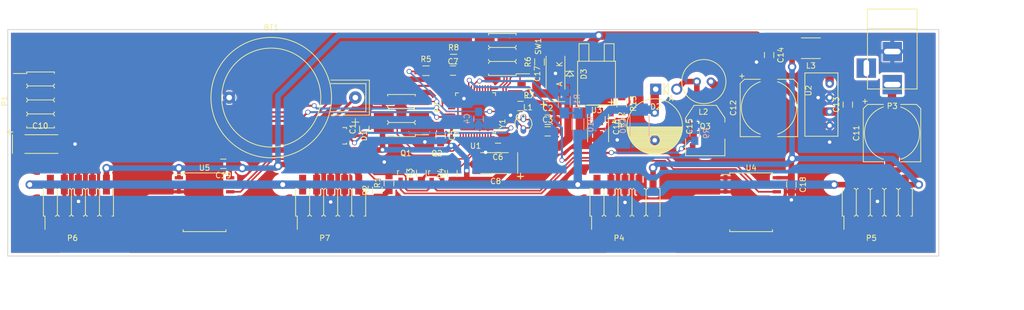
<source format=kicad_pcb>
(kicad_pcb (version 20160815) (host pcbnew no-vcs-found-7406~56~ubuntu16.10.1)
  (layers (0 F.Cu signal) (31 B.Cu signal) (34 B.Paste user) (35 F.Paste user) (36 B.SilkS user) (37 F.SilkS user) (38 B.Mask user) (39 F.Mask user) (44 Edge.Cuts user))
  (net 0 "")
  (net 1 GND)
  (net 2 "Net-(BT1-Pad1)")
  (net 3 "Net-(C1-Pad1)")
  (net 4 "Net-(C2-Pad1)")
  (net 5 "Net-(C3-Pad1)")
  (net 6 /RST)
  (net 7 +5V)
  (net 8 "Net-(C9-Pad2)")
  (net 9 "Net-(C11-Pad1)")
  (net 10 "Net-(C16-Pad1)")
  (net 11 "Net-(D2-Pad2)")
  (net 12 /ESP_Tx)
  (net 13 /ESP_STBY)
  (net 14 /ESP_Rx)
  (net 15 /SWDIO)
  (net 16 /SWDCLK)
  (net 17 "/NIXIE Module Connector/1A")
  (net 18 "/NIXIE Module Connector/1C")
  (net 19 "/NIXIE Module Connector/1D")
  (net 20 "/NIXIE Module Connector/1B")
  (net 21 "/NIXIE Module Connector/2A")
  (net 22 "/NIXIE Module Connector/2C")
  (net 23 "/NIXIE Module Connector/2D")
  (net 24 "/NIXIE Module Connector/2B")
  (net 25 "/NIXIE Module Connector 2/1A")
  (net 26 "/NIXIE Module Connector 2/1C")
  (net 27 "/NIXIE Module Connector 2/1D")
  (net 28 "/NIXIE Module Connector 2/1B")
  (net 29 "/NIXIE Module Connector 2/2A")
  (net 30 "/NIXIE Module Connector 2/2C")
  (net 31 "/NIXIE Module Connector 2/2D")
  (net 32 "/NIXIE Module Connector 2/2B")
  (net 33 "Net-(Q1-Pad3)")
  (net 34 "Net-(Q2-Pad3)")
  (net 35 /B)
  (net 36 /A)
  (net 37 /PRESS)
  (net 38 "Net-(L3-Pad1)")
  (net 39 VDD)
  (net 40 /200VDC)
  (net 41 "Net-(P1-Pad6)")
  (net 42 "Net-(P1-Pad4)")
  (net 43 "Net-(P3-Pad3)")
  (net 44 /NMOD_SCL)
  (net 45 /NMOD_SDA)
  (net 46 /BRIGHT_PWM)
  (net 47 /200VSENSE)
  (net 48 "Net-(U1-Pad2)")
  (net 49 "Net-(U1-Pad5)")
  (net 50 "Net-(U1-Pad6)")
  (net 51 "Net-(U1-Pad10)")
  (net 52 "Net-(U1-Pad14)")
  (net 53 "Net-(U1-Pad15)")
  (net 54 "Net-(U1-Pad16)")
  (net 55 "Net-(U1-Pad17)")
  (net 56 "Net-(U1-Pad18)")
  (net 57 "Net-(U1-Pad20)")
  (net 58 "Net-(U1-Pad22)")
  (net 59 "Net-(U1-Pad25)")
  (net 60 "Net-(U1-Pad26)")
  (net 61 "Net-(U1-Pad27)")
  (net 62 "Net-(U1-Pad28)")
  (net 63 "Net-(U1-Pad29)")
  (net 64 "Net-(U1-Pad33)")
  (net 65 "Net-(U1-Pad38)")
  (net 66 "Net-(U1-Pad39)")
  (net 67 "Net-(U1-Pad40)")
  (net 68 "Net-(U1-Pad41)")
  (net 69 "Net-(U1-Pad45)")
  (net 70 "Net-(U1-Pad46)")
  (net 71 "Net-(U4-Pad13)")
  (net 72 "Net-(U5-Pad13)")
  (net 73 "Net-(P4-Pad9)")
  (net 74 "Net-(P5-Pad9)")
  (net 75 "Net-(P6-Pad9)")
  (net 76 "Net-(P7-Pad9)")
  (module TO_SOT_Packages_SMD:SOT-223 (layer F.Cu) (at 185.9915 130.4925)
    (fp_text reference Q3 (at 0 -0.762) (layer F.SilkS))
    (fp_text value BSP324)
    (pad 1 smd rect (at 0 -3.302) (size 3.6576 2.032) (layers F.Cu F.Paste F.Mask) (net 11 "Net-(D2-Pad2)"))
    (pad 1 smd rect (at 0 3.302) (size 1.016 2.032) (layers F.Cu F.Paste F.Mask) (net 11 "Net-(D2-Pad2)"))
    (pad 3 smd rect (at 2.286 3.302) (size 1.016 2.032) (layers F.Cu F.Paste F.Mask) (net 1 GND))
    (pad 2 smd rect (at -2.286 3.302) (size 1.016 2.032) (layers F.Cu F.Paste F.Mask) (net 46 /BRIGHT_PWM))
  )
  (module Connect:CR2032H (layer F.Cu) (at 107.3404 124.5108)
    (fp_text reference BT1 (at 0 -12.7) (layer F.SilkS))
    (fp_text value CR2032)
    (pad 2 thru_hole circle (at -7.62 0) (size 2.286 2.286) (drill 1.016) (layers *.Cu *.Mask) (net 1 GND))
    (pad 1 thru_hole circle (at 15.24 0) (size 2.286 2.286) (drill 1.016) (layers *.Cu *.Mask) (net 2 "Net-(BT1-Pad1)"))
  )
  (module Capacitors_SMD:C_0805_HandSoldering (layer F.Cu) (at 124.206 130.175 90)
    (fp_text reference C1 (at 0 -2.1 90) (layer F.SilkS))
    (fp_text value 100n)
    (pad 1 smd rect (at -1.25 0 90) (size 1.5 1.25) (layers F.Cu F.Paste F.Mask) (net 3 "Net-(C1-Pad1)"))
    (pad 2 smd rect (at 1.25 0 90) (size 1.5 1.25) (layers F.Cu F.Paste F.Mask) (net 1 GND))
  )
  (module Capacitors_SMD:C_0805_HandSoldering (layer F.Cu) (at 157.4546 128.524)
    (fp_text reference C2 (at 0 -2.1) (layer F.SilkS))
    (fp_text value 10p)
    (pad 1 smd rect (at -1.25 0) (size 1.5 1.25) (layers F.Cu F.Paste F.Mask) (net 4 "Net-(C2-Pad1)"))
    (pad 2 smd rect (at 1.25 0) (size 1.5 1.25) (layers F.Cu F.Paste F.Mask) (net 1 GND))
  )
  (module Capacitors_SMD:C_0805_HandSoldering (layer F.Cu) (at 157.4292 130.6322)
    (fp_text reference C3 (at 0 -2.1) (layer F.SilkS))
    (fp_text value 10p)
    (pad 1 smd rect (at -1.25 0) (size 1.5 1.25) (layers F.Cu F.Paste F.Mask) (net 5 "Net-(C3-Pad1)"))
    (pad 2 smd rect (at 1.25 0) (size 1.5 1.25) (layers F.Cu F.Paste F.Mask) (net 1 GND))
  )
  (module Capacitors_SMD:C_0805_HandSoldering (layer B.Cu) (at 144.907 128.3462 270)
    (fp_text reference C4 (at 0 2.1 270) (layer B.SilkS) (effects (justify mirror)))
    (fp_text value 100n)
    (pad 1 smd rect (at -1.25 0 270) (size 1.5 1.25) (layers B.Cu B.Paste B.Mask) (net 6 /RST))
    (pad 2 smd rect (at 1.25 0 270) (size 1.5 1.25) (layers B.Cu B.Paste B.Mask) (net 1 GND))
  )
  (module Capacitors_SMD:C_0805_HandSoldering (layer F.Cu) (at 138.0236 131.3688 270)
    (fp_text reference C5 (at 0 -2.1 270) (layer F.SilkS))
    (fp_text value 100n)
    (pad 1 smd rect (at -1.25 0 270) (size 1.5 1.25) (layers F.Cu F.Paste F.Mask) (net 1 GND))
    (pad 2 smd rect (at 1.25 0 270) (size 1.5 1.25) (layers F.Cu F.Paste F.Mask) (net 39 VDD))
  )
  (module Capacitors_SMD:C_0805_HandSoldering (layer F.Cu) (at 148.4376 133.6294)
    (fp_text reference C6 (at -0.0254 1.6764) (layer F.SilkS))
    (fp_text value 100n)
    (pad 1 smd rect (at -1.25 0) (size 1.5 1.25) (layers F.Cu F.Paste F.Mask) (net 1 GND))
    (pad 2 smd rect (at 1.25 0) (size 1.5 1.25) (layers F.Cu F.Paste F.Mask) (net 39 VDD))
  )
  (module Capacitors_SMD:C_0805_HandSoldering (layer F.Cu) (at 140.2842 119.6086 180)
    (fp_text reference C7 (at 0 1.651 180) (layer F.SilkS))
    (fp_text value 100n)
    (pad 1 smd rect (at -1.25 0 180) (size 1.5 1.25) (layers F.Cu F.Paste F.Mask) (net 1 GND))
    (pad 2 smd rect (at 1.25 0 180) (size 1.5 1.25) (layers F.Cu F.Paste F.Mask) (net 39 VDD))
  )
  (module Capacitors_Tantalum_SMD:TantalC_SizeB_EIA-3528_HandSoldering (layer F.Cu) (at 147.8026 136.398 180)
    (fp_text reference C8 (at -0.20066 -3.29946 180) (layer F.SilkS))
    (fp_text value 10u)
    (fp_text user + (at -4.70154 -2.4003 180) (layer F.SilkS))
    (pad 2 smd rect (at 2.12598 0 180) (size 3.1496 1.80086) (layers F.Cu F.Paste F.Mask) (net 1 GND))
    (pad 1 smd rect (at -2.12598 0 180) (size 3.1496 1.80086) (layers F.Cu F.Paste F.Mask) (net 39 VDD))
  )
  (module Capacitors_SMD:C_0805_HandSoldering (layer F.Cu) (at 152.5016 126.0348 180)
    (fp_text reference C9 (at 0 -2.1 180) (layer F.SilkS))
    (fp_text value 100n)
    (pad 1 smd rect (at -1.25 0 180) (size 1.5 1.25) (layers F.Cu F.Paste F.Mask) (net 1 GND))
    (pad 2 smd rect (at 1.25 0 180) (size 1.5 1.25) (layers F.Cu F.Paste F.Mask) (net 8 "Net-(C9-Pad2)"))
  )
  (module Capacitors_Tantalum_SMD:TantalC_SizeC_EIA-6032_HandSoldering (layer F.Cu) (at 65.6844 132.9436)
    (fp_text reference C10 (at -0.20066 -3.29946) (layer F.SilkS))
    (fp_text value 100u)
    (fp_text user + (at -5.75056 -2.19964) (layer F.SilkS))
    (pad 2 smd rect (at 2.99974 0) (size 3.50012 1.80086) (layers F.Cu F.Paste F.Mask) (net 1 GND))
    (pad 1 smd rect (at -2.99974 0) (size 3.50012 1.80086) (layers F.Cu F.Paste F.Mask) (net 39 VDD))
  )
  (module Capacitors_SMD:c_elec_10x10 (layer F.Cu) (at 219.837 130.9624 270)
    (fp_text reference C11 (at 0 6.4643 270) (layer F.SilkS))
    (fp_text value 470u)
    (fp_text user + (at -5.7785 4.9657 270) (layer F.SilkS))
    (pad 1 smd rect (at -4 0 90) (size 4 2.5) (layers F.Cu F.Paste F.Mask) (net 9 "Net-(C11-Pad1)"))
    (pad 2 smd rect (at 4 0 90) (size 4 2.5) (layers F.Cu F.Paste F.Mask) (net 1 GND))
  )
  (module Capacitors_SMD:c_elec_10x10 (layer F.Cu) (at 197.5358 126.3904 270)
    (fp_text reference C12 (at 0 6.4643 270) (layer F.SilkS))
    (fp_text value 470u)
    (fp_text user + (at -5.7785 4.9657 270) (layer F.SilkS))
    (pad 1 smd rect (at -4 0 90) (size 4 2.5) (layers F.Cu F.Paste F.Mask) (net 9 "Net-(C11-Pad1)"))
    (pad 2 smd rect (at 4 0 90) (size 4 2.5) (layers F.Cu F.Paste F.Mask) (net 1 GND))
  )
  (module Capacitors_SMD:C_0805_HandSoldering (layer F.Cu) (at 211.836 125.7808 90)
    (fp_text reference C13 (at 0 -2.1 90) (layer F.SilkS))
    (fp_text value 100n)
    (pad 1 smd rect (at -1.25 0 90) (size 1.5 1.25) (layers F.Cu F.Paste F.Mask) (net 9 "Net-(C11-Pad1)"))
    (pad 2 smd rect (at 1.25 0 90) (size 1.5 1.25) (layers F.Cu F.Paste F.Mask) (net 1 GND))
  )
  (module Capacitors_SMD:C_0805_HandSoldering (layer F.Cu) (at 197.5612 116.7892 270)
    (fp_text reference C14 (at 0 -2.1 270) (layer F.SilkS))
    (fp_text value 4u7)
    (pad 1 smd rect (at -1.25 0 270) (size 1.5 1.25) (layers F.Cu F.Paste F.Mask) (net 7 +5V))
    (pad 2 smd rect (at 1.25 0 270) (size 1.5 1.25) (layers F.Cu F.Paste F.Mask) (net 1 GND))
  )
  (module Capacitors_Tantalum_SMD:TantalC_SizeB_EIA-3528_HandSoldering (layer F.Cu) (at 166.5732 130.048 270)
    (fp_text reference C16 (at -0.20066 -3.29946 270) (layer F.SilkS))
    (fp_text value 10u)
    (fp_text user + (at -4.70154 -2.4003 270) (layer F.SilkS))
    (pad 2 smd rect (at 2.12598 0 270) (size 3.1496 1.80086) (layers F.Cu F.Paste F.Mask) (net 1 GND))
    (pad 1 smd rect (at -2.12598 0 270) (size 3.1496 1.80086) (layers F.Cu F.Paste F.Mask) (net 10 "Net-(C16-Pad1)"))
  )
  (module Capacitors_Tantalum_SMD:TantalC_SizeC_EIA-6032_HandSoldering (layer F.Cu) (at 158.8516 119.9896 90)
    (fp_text reference C17 (at -0.20066 -3.29946 90) (layer F.SilkS))
    (fp_text value 100u)
    (fp_text user + (at -5.75056 -2.19964 90) (layer F.SilkS))
    (pad 2 smd rect (at 2.99974 0 90) (size 3.50012 1.80086) (layers F.Cu F.Paste F.Mask) (net 1 GND))
    (pad 1 smd rect (at -2.99974 0 90) (size 3.50012 1.80086) (layers F.Cu F.Paste F.Mask) (net 39 VDD))
  )
  (module Capacitors_SMD:C_0805_HandSoldering (layer F.Cu) (at 201.5998 140.3096 270)
    (fp_text reference C18 (at 0 -2.1 270) (layer F.SilkS))
    (fp_text value 100n)
    (pad 1 smd rect (at -1.25 0 270) (size 1.5 1.25) (layers F.Cu F.Paste F.Mask) (net 7 +5V))
    (pad 2 smd rect (at 1.25 0 270) (size 1.5 1.25) (layers F.Cu F.Paste F.Mask) (net 1 GND))
  )
  (module Capacitors_SMD:C_0805_HandSoldering (layer F.Cu) (at 98.6536 136.525 180)
    (fp_text reference C19 (at 0 -2.1 180) (layer F.SilkS))
    (fp_text value 100n)
    (pad 1 smd rect (at -1.25 0 180) (size 1.5 1.25) (layers F.Cu F.Paste F.Mask) (net 7 +5V))
    (pad 2 smd rect (at 1.25 0 180) (size 1.5 1.25) (layers F.Cu F.Paste F.Mask) (net 1 GND))
  )
  (module TO_SOT_Packages_SMD:SOT-23_Handsoldering (layer F.Cu) (at 120.3452 131.445 270)
    (fp_text reference D1 (at 0 -3.81 270) (layer F.SilkS))
    (fp_text value D_Schottky_x2_KCom_AAK)
    (pad 1 smd rect (at -0.95 1.50114 270) (size 0.8001 1.80086) (layers F.Cu F.Paste F.Mask) (net 2 "Net-(BT1-Pad1)"))
    (pad 2 smd rect (at 0.95 1.50114 270) (size 0.8001 1.80086) (layers F.Cu F.Paste F.Mask) (net 39 VDD))
    (pad 3 smd rect (at 0 -1.50114 270) (size 0.8001 1.80086) (layers F.Cu F.Paste F.Mask) (net 3 "Net-(C1-Pad1)"))
  )
  (module Diodes_SMD:MiniMELF_Handsoldering (layer F.Cu) (at 161.4424 120.2436 270)
    (fp_text reference D3 (at 0 -2.54 270) (layer F.SilkS))
    (fp_text value D)
    (fp_text user K (at -1.8 1.85 270) (layer F.SilkS))
    (fp_text user A (at 1.8 1.85 270) (layer F.SilkS))
    (pad 1 smd rect (at -2.75082 0 270) (size 3.29946 1.69926) (layers F.Cu F.Paste F.Mask) (net 7 +5V))
    (pad 2 smd rect (at 2.75082 0 270) (size 3.29946 1.69926) (layers F.Cu F.Paste F.Mask) (net 39 VDD))
  )
  (module Choke_SMD:Choke_SMD_1206_Handsoldering (layer F.Cu) (at 153.8478 123.7488 180)
    (fp_text reference L1 (at 0 -2.54 180) (layer F.SilkS))
    (fp_text value 1u)
    (pad 1 smd rect (at -2.30124 0 180) (size 2.59842 1.19888) (layers F.Cu F.Paste F.Mask) (net 39 VDD))
    (pad 2 smd rect (at 2.30124 0 180) (size 2.60096 1.19888) (layers F.Cu F.Paste F.Mask) (net 8 "Net-(C9-Pad2)"))
  )
  (module Pin_Headers:Pin_Header_Straight_SMT_02x04 (layer F.Cu) (at 65.532 124.9426 270)
    (fp_text reference P1 (at 0.2 6.5 270) (layer F.SilkS))
    (fp_text value ESP8266_CONN)
    (pad 1 smd rect (at -3.81 3.2 270) (size 1.27 3.6) (layers F.Cu F.Paste F.Mask) (net 12 /ESP_Tx))
    (pad 3 smd rect (at -1.27 3.2 270) (size 1.27 3.6) (layers F.Cu F.Paste F.Mask) (net 13 /ESP_STBY))
    (pad 5 smd rect (at 1.27 3.2 270) (size 1.27 3.6) (layers F.Cu F.Paste F.Mask) (net 39 VDD))
    (pad 7 smd rect (at 3.81 3.2 270) (size 1.27 3.6) (layers F.Cu F.Paste F.Mask) (net 39 VDD))
    (pad 8 smd rect (at 3.81 -3.2 270) (size 1.27 3.6) (layers F.Cu F.Paste F.Mask) (net 14 /ESP_Rx))
    (pad 6 smd rect (at 1.27 -3.2 270) (size 1.27 3.6) (layers F.Cu F.Paste F.Mask) (net 41 "Net-(P1-Pad6)"))
    (pad 4 smd rect (at -1.27 -3.2 270) (size 1.27 3.6) (layers F.Cu F.Paste F.Mask) (net 42 "Net-(P1-Pad4)"))
    (pad 2 smd rect (at -3.81 -3.2 270) (size 1.27 3.6) (layers F.Cu F.Paste F.Mask) (net 1 GND))
  )
  (module Pin_Headers:Pin_Header_Straight_SMT_02x03 (layer F.Cu) (at 130.937 127.762 90)
    (fp_text reference P2 (at 1.47 6.5 90) (layer F.SilkS))
    (fp_text value CONN_01X06)
    (pad 1 smd rect (at -2.54 3.2 90) (size 1.27 3.6) (layers F.Cu F.Paste F.Mask) (net 1 GND))
    (pad 3 smd rect (at 0 3.2 90) (size 1.27 3.6) (layers F.Cu F.Paste F.Mask) (net 15 /SWDIO))
    (pad 5 smd rect (at 2.54 3.2 90) (size 1.27 3.6) (layers F.Cu F.Paste F.Mask) (net 6 /RST))
    (pad 6 smd rect (at 2.54 -3.2 90) (size 1.27 3.6) (layers F.Cu F.Paste F.Mask) (net 1 GND))
    (pad 4 smd rect (at 0 -3.2 90) (size 1.27 3.6) (layers F.Cu F.Paste F.Mask) (net 16 /SWDCLK))
    (pad 2 smd rect (at -2.54 -3.2 90) (size 1.27 3.6) (layers F.Cu F.Paste F.Mask) (net 39 VDD))
  )
  (module Connect:BARREL_JACK (layer F.Cu) (at 219.8878 115.951 270)
    (fp_text reference P3 (at 10.09904 0) (layer F.SilkS))
    (fp_text value CONN_01X03)
    (pad 1 thru_hole rect (at 6.20014 0 270) (size 3.50012 3.50012) (drill oval 1.00076 2.99974) (layers *.Cu *.Mask) (net 9 "Net-(C11-Pad1)"))
    (pad 2 thru_hole rect (at 0.20066 0 270) (size 3.50012 3.50012) (drill oval 1.00076 2.99974) (layers *.Cu *.Mask) (net 1 GND))
    (pad 3 thru_hole rect (at 3.2004 4.699 270) (size 3.50012 3.50012) (drill oval 2.99974 1.00076) (layers *.Cu *.Mask) (net 43 "Net-(P3-Pad3)"))
  )
  (module Pin_Headers:Pin_Header_Straight_SMT_02x05 (layer F.Cu) (at 171.45 143.51)
    (fp_text reference P4 (at -1.07 6.5) (layer F.SilkS))
    (fp_text value CONN_02X05)
    (pad 1 smd rect (at -5.08 3.2) (size 1.27 3.6) (layers F.Cu F.Paste F.Mask) (net 19 "/NIXIE Module Connector/1D"))
    (pad 3 smd rect (at -2.54 3.2) (size 1.27 3.6) (layers F.Cu F.Paste F.Mask) (net 18 "/NIXIE Module Connector/1C"))
    (pad 5 smd rect (at 0 3.2) (size 1.27 3.6) (layers F.Cu F.Paste F.Mask) (net 20 "/NIXIE Module Connector/1B"))
    (pad 7 smd rect (at 2.54 3.2) (size 1.27 3.6) (layers F.Cu F.Paste F.Mask) (net 17 "/NIXIE Module Connector/1A"))
    (pad 8 smd rect (at 2.54 -3.2) (size 1.27 3.6) (layers F.Cu F.Paste F.Mask) (net 1 GND))
    (pad 6 smd rect (at 0 -3.2) (size 1.27 3.6) (layers F.Cu F.Paste F.Mask) (net 1 GND))
    (pad 4 smd rect (at -2.54 -3.2) (size 1.27 3.6) (layers F.Cu F.Paste F.Mask) (net 1 GND))
    (pad 2 smd rect (at -5.08 -3.2) (size 1.27 3.6) (layers F.Cu F.Paste F.Mask) (net 40 /200VDC))
    (pad 9 smd rect (at 5.08 3.2) (size 1.27 3.6) (layers F.Cu F.Paste F.Mask) (net 73 "Net-(P4-Pad9)"))
    (pad 10 smd rect (at 5.08 -3.2) (size 1.27 3.6) (layers F.Cu F.Paste F.Mask) (net 7 +5V))
  )
  (module Pin_Headers:Pin_Header_Straight_SMT_02x05 (layer F.Cu) (at 217.17 143.51)
    (fp_text reference P5 (at -1.07 6.5) (layer F.SilkS))
    (fp_text value CONN_02X05)
    (pad 1 smd rect (at -5.08 3.2) (size 1.27 3.6) (layers F.Cu F.Paste F.Mask) (net 23 "/NIXIE Module Connector/2D"))
    (pad 3 smd rect (at -2.54 3.2) (size 1.27 3.6) (layers F.Cu F.Paste F.Mask) (net 22 "/NIXIE Module Connector/2C"))
    (pad 5 smd rect (at 0 3.2) (size 1.27 3.6) (layers F.Cu F.Paste F.Mask) (net 24 "/NIXIE Module Connector/2B"))
    (pad 7 smd rect (at 2.54 3.2) (size 1.27 3.6) (layers F.Cu F.Paste F.Mask) (net 21 "/NIXIE Module Connector/2A"))
    (pad 8 smd rect (at 2.54 -3.2) (size 1.27 3.6) (layers F.Cu F.Paste F.Mask) (net 1 GND))
    (pad 6 smd rect (at 0 -3.2) (size 1.27 3.6) (layers F.Cu F.Paste F.Mask) (net 1 GND))
    (pad 4 smd rect (at -2.54 -3.2) (size 1.27 3.6) (layers F.Cu F.Paste F.Mask) (net 1 GND))
    (pad 2 smd rect (at -5.08 -3.2) (size 1.27 3.6) (layers F.Cu F.Paste F.Mask) (net 40 /200VDC))
    (pad 9 smd rect (at 5.08 3.2) (size 1.27 3.6) (layers F.Cu F.Paste F.Mask) (net 74 "Net-(P5-Pad9)"))
    (pad 10 smd rect (at 5.08 -3.2) (size 1.27 3.6) (layers F.Cu F.Paste F.Mask) (net 7 +5V))
  )
  (module Pin_Headers:Pin_Header_Straight_SMT_02x05 (layer F.Cu) (at 72.39 143.51)
    (fp_text reference P6 (at -1.07 6.5) (layer F.SilkS))
    (fp_text value CONN_02X05)
    (pad 1 smd rect (at -5.08 3.2) (size 1.27 3.6) (layers F.Cu F.Paste F.Mask) (net 27 "/NIXIE Module Connector 2/1D"))
    (pad 3 smd rect (at -2.54 3.2) (size 1.27 3.6) (layers F.Cu F.Paste F.Mask) (net 26 "/NIXIE Module Connector 2/1C"))
    (pad 5 smd rect (at 0 3.2) (size 1.27 3.6) (layers F.Cu F.Paste F.Mask) (net 28 "/NIXIE Module Connector 2/1B"))
    (pad 7 smd rect (at 2.54 3.2) (size 1.27 3.6) (layers F.Cu F.Paste F.Mask) (net 25 "/NIXIE Module Connector 2/1A"))
    (pad 8 smd rect (at 2.54 -3.2) (size 1.27 3.6) (layers F.Cu F.Paste F.Mask) (net 1 GND))
    (pad 6 smd rect (at 0 -3.2) (size 1.27 3.6) (layers F.Cu F.Paste F.Mask) (net 1 GND))
    (pad 4 smd rect (at -2.54 -3.2) (size 1.27 3.6) (layers F.Cu F.Paste F.Mask) (net 1 GND))
    (pad 2 smd rect (at -5.08 -3.2) (size 1.27 3.6) (layers F.Cu F.Paste F.Mask) (net 40 /200VDC))
    (pad 9 smd rect (at 5.08 3.2) (size 1.27 3.6) (layers F.Cu F.Paste F.Mask) (net 75 "Net-(P6-Pad9)"))
    (pad 10 smd rect (at 5.08 -3.2) (size 1.27 3.6) (layers F.Cu F.Paste F.Mask) (net 7 +5V))
  )
  (module Pin_Headers:Pin_Header_Straight_SMT_02x05 (layer F.Cu) (at 118.11 143.51)
    (fp_text reference P7 (at -1.07 6.5) (layer F.SilkS))
    (fp_text value CONN_02X05)
    (pad 1 smd rect (at -5.08 3.2) (size 1.27 3.6) (layers F.Cu F.Paste F.Mask) (net 31 "/NIXIE Module Connector 2/2D"))
    (pad 3 smd rect (at -2.54 3.2) (size 1.27 3.6) (layers F.Cu F.Paste F.Mask) (net 30 "/NIXIE Module Connector 2/2C"))
    (pad 5 smd rect (at 0 3.2) (size 1.27 3.6) (layers F.Cu F.Paste F.Mask) (net 32 "/NIXIE Module Connector 2/2B"))
    (pad 7 smd rect (at 2.54 3.2) (size 1.27 3.6) (layers F.Cu F.Paste F.Mask) (net 29 "/NIXIE Module Connector 2/2A"))
    (pad 8 smd rect (at 2.54 -3.2) (size 1.27 3.6) (layers F.Cu F.Paste F.Mask) (net 1 GND))
    (pad 6 smd rect (at 0 -3.2) (size 1.27 3.6) (layers F.Cu F.Paste F.Mask) (net 1 GND))
    (pad 4 smd rect (at -2.54 -3.2) (size 1.27 3.6) (layers F.Cu F.Paste F.Mask) (net 1 GND))
    (pad 2 smd rect (at -5.08 -3.2) (size 1.27 3.6) (layers F.Cu F.Paste F.Mask) (net 40 /200VDC))
    (pad 9 smd rect (at 5.08 3.2) (size 1.27 3.6) (layers F.Cu F.Paste F.Mask) (net 76 "Net-(P7-Pad9)"))
    (pad 10 smd rect (at 5.08 -3.2) (size 1.27 3.6) (layers F.Cu F.Paste F.Mask) (net 7 +5V))
  )
  (module TO_SOT_Packages_SMD:SOT-23_Handsoldering (layer F.Cu) (at 131.7244 138.43)
    (fp_text reference Q1 (at 0 -3.81) (layer F.SilkS))
    (fp_text value 2N7002)
    (pad 1 smd rect (at -0.95 1.50114) (size 0.8001 1.80086) (layers F.Cu F.Paste F.Mask) (net 44 /NMOD_SCL))
    (pad 2 smd rect (at 0.95 1.50114) (size 0.8001 1.80086) (layers F.Cu F.Paste F.Mask) (net 39 VDD))
    (pad 3 smd rect (at 0 -1.50114) (size 0.8001 1.80086) (layers F.Cu F.Paste F.Mask) (net 33 "Net-(Q1-Pad3)"))
  )
  (module TO_SOT_Packages_SMD:SOT-23_Handsoldering (layer F.Cu) (at 137.3632 138.4554)
    (fp_text reference Q2 (at 0 -3.81) (layer F.SilkS))
    (fp_text value 2N7002)
    (pad 1 smd rect (at -0.95 1.50114) (size 0.8001 1.80086) (layers F.Cu F.Paste F.Mask) (net 45 /NMOD_SDA))
    (pad 2 smd rect (at 0.95 1.50114) (size 0.8001 1.80086) (layers F.Cu F.Paste F.Mask) (net 39 VDD))
    (pad 3 smd rect (at 0 -1.50114) (size 0.8001 1.80086) (layers F.Cu F.Paste F.Mask) (net 34 "Net-(Q2-Pad3)"))
  )
  (module Resistors_SMD:R_0805_HandSoldering (layer F.Cu) (at 128.6764 139.954 90)
    (fp_text reference R1 (at 0 -2.1 90) (layer F.SilkS))
    (fp_text value 4k7)
    (pad 1 smd rect (at -1.35 0 90) (size 1.5 1.3) (layers F.Cu F.Paste F.Mask) (net 7 +5V))
    (pad 2 smd rect (at 1.35 0 90) (size 1.5 1.3) (layers F.Cu F.Paste F.Mask) (net 45 /NMOD_SDA))
  )
  (module Resistors_SMD:R_0805_HandSoldering (layer F.Cu) (at 126.5682 141.351 90)
    (fp_text reference R2 (at 0 -2.1 90) (layer F.SilkS))
    (fp_text value 4k7)
    (pad 1 smd rect (at -1.35 0 90) (size 1.5 1.3) (layers F.Cu F.Paste F.Mask) (net 7 +5V))
    (pad 2 smd rect (at 1.35 0 90) (size 1.5 1.3) (layers F.Cu F.Paste F.Mask) (net 44 /NMOD_SCL))
  )
  (module Resistors_SMD:R_0805_HandSoldering (layer F.Cu) (at 134.5438 138.2776 90)
    (fp_text reference R3 (at 0 -2.1 90) (layer F.SilkS))
    (fp_text value 4k7)
    (pad 1 smd rect (at -1.35 0 90) (size 1.5 1.3) (layers F.Cu F.Paste F.Mask) (net 39 VDD))
    (pad 2 smd rect (at 1.35 0 90) (size 1.5 1.3) (layers F.Cu F.Paste F.Mask) (net 33 "Net-(Q1-Pad3)"))
  )
  (module Resistors_SMD:R_0805_HandSoldering (layer F.Cu) (at 140.1572 138.303 90)
    (fp_text reference R4 (at 0 -2.1 90) (layer F.SilkS))
    (fp_text value 4k7)
    (pad 1 smd rect (at -1.35 0 90) (size 1.5 1.3) (layers F.Cu F.Paste F.Mask) (net 39 VDD))
    (pad 2 smd rect (at 1.35 0 90) (size 1.5 1.3) (layers F.Cu F.Paste F.Mask) (net 34 "Net-(Q2-Pad3)"))
  )
  (module Resistors_SMD:R_0805_HandSoldering (layer F.Cu) (at 135.382 119.634)
    (fp_text reference R5 (at 0 -2.1) (layer F.SilkS))
    (fp_text value 10k)
    (pad 1 smd rect (at -1.35 0) (size 1.5 1.3) (layers F.Cu F.Paste F.Mask) (net 6 /RST))
    (pad 2 smd rect (at 1.35 0) (size 1.5 1.3) (layers F.Cu F.Paste F.Mask) (net 39 VDD))
  )
  (module Resistors_SMD:R_0805_HandSoldering (layer F.Cu) (at 155.956 118.0338 90)
    (fp_text reference R6 (at 0 -2.1 90) (layer F.SilkS))
    (fp_text value 4k7)
    (pad 1 smd rect (at -1.35 0 90) (size 1.5 1.3) (layers F.Cu F.Paste F.Mask) (net 39 VDD))
    (pad 2 smd rect (at 1.35 0 90) (size 1.5 1.3) (layers F.Cu F.Paste F.Mask) (net 35 /B))
  )
  (module Resistors_SMD:R_0805_HandSoldering (layer F.Cu) (at 154.051 122.0216 180)
    (fp_text reference R7 (at 0 -2.1 180) (layer F.SilkS))
    (fp_text value 4k7)
    (pad 1 smd rect (at -1.35 0 180) (size 1.5 1.3) (layers F.Cu F.Paste F.Mask) (net 39 VDD))
    (pad 2 smd rect (at 1.35 0 180) (size 1.5 1.3) (layers F.Cu F.Paste F.Mask) (net 36 /A))
  )
  (module Resistors_SMD:R_0805_HandSoldering (layer F.Cu) (at 140.3858 117.5258)
    (fp_text reference R8 (at 0 -2.1) (layer F.SilkS))
    (fp_text value 4k7)
    (pad 1 smd rect (at -1.35 0) (size 1.5 1.3) (layers F.Cu F.Paste F.Mask) (net 39 VDD))
    (pad 2 smd rect (at 1.35 0) (size 1.5 1.3) (layers F.Cu F.Paste F.Mask) (net 37 /PRESS))
  )
  (module Resistors_SMD:R_0805_HandSoldering (layer B.Cu) (at 184.0865 131.0005 90)
    (fp_text reference R9 (at 0 2.1 90) (layer B.SilkS) (effects (justify mirror)))
    (fp_text value 1k)
    (pad 1 smd rect (at -1.35 0 90) (size 1.5 1.3) (layers B.Cu B.Paste B.Mask) (net 46 /BRIGHT_PWM))
    (pad 2 smd rect (at 1.35 0 90) (size 1.5 1.3) (layers B.Cu B.Paste B.Mask) (net 1 GND))
  )
  (module Resistors_SMD:R_1206_HandSoldering (layer B.Cu) (at 162.9156 129.3368 90)
    (fp_text reference R10 (at 0 2.3 90) (layer B.SilkS) (effects (justify mirror)))
    (fp_text value 910k)
    (pad 1 smd rect (at -2 0 90) (size 2 1.7) (layers B.Cu B.Paste B.Mask) (net 40 /200VDC))
    (pad 2 smd rect (at 2 0 90) (size 2 1.7) (layers B.Cu B.Paste B.Mask) (net 47 /200VSENSE))
  )
  (module Resistors_SMD:R_1206_HandSoldering (layer B.Cu) (at 160.4518 125.2982 90)
    (fp_text reference R11 (at 0 2.3 90) (layer B.SilkS) (effects (justify mirror)))
    (fp_text value 9k1)
    (pad 1 smd rect (at -2 0 90) (size 2 1.7) (layers B.Cu B.Paste B.Mask) (net 47 /200VSENSE))
    (pad 2 smd rect (at 2 0 90) (size 2 1.7) (layers B.Cu B.Paste B.Mask) (net 1 GND))
  )
  (module Resistors_SMD:R_0805_HandSoldering (layer F.Cu) (at 168.7322 128.524 270)
    (fp_text reference R12 (at 0 -2.1 270) (layer F.SilkS))
    (fp_text value 330)
    (pad 1 smd rect (at -1.35 0 270) (size 1.5 1.3) (layers F.Cu F.Paste F.Mask) (net 10 "Net-(C16-Pad1)"))
    (pad 2 smd rect (at 1.35 0 270) (size 1.5 1.3) (layers F.Cu F.Paste F.Mask) (net 1 GND))
  )
  (module Resistors_SMD:R_0805_HandSoldering (layer F.Cu) (at 170.8658 125.603 270)
    (fp_text reference R13 (at 0 -2.1 270) (layer F.SilkS))
    (fp_text value 200)
    (pad 1 smd rect (at -1.35 0 270) (size 1.5 1.3) (layers F.Cu F.Paste F.Mask) (net 39 VDD))
    (pad 2 smd rect (at 1.35 0 270) (size 1.5 1.3) (layers F.Cu F.Paste F.Mask) (net 10 "Net-(C16-Pad1)"))
  )
  (module Pin_Headers:Pin_Header_Straight_SMT_02x03 (layer F.Cu) (at 149.225 116.6876 90)
    (fp_text reference SW1 (at 1.47 6.5 90) (layer F.SilkS))
    (fp_text value ROTARY_ENCODER_SWITCH)
    (pad 1 smd rect (at -2.54 3.2 90) (size 1.27 3.6) (layers F.Cu F.Paste F.Mask) (net 36 /A))
    (pad 3 smd rect (at 0 3.2 90) (size 1.27 3.6) (layers F.Cu F.Paste F.Mask) (net 35 /B))
    (pad 5 smd rect (at 2.54 3.2 90) (size 1.27 3.6) (layers F.Cu F.Paste F.Mask) (net 1 GND))
    (pad 6 smd rect (at 2.54 -3.2 90) (size 1.27 3.6) (layers F.Cu F.Paste F.Mask))
    (pad 4 smd rect (at 0 -3.2 90) (size 1.27 3.6) (layers F.Cu F.Paste F.Mask) (net 37 /PRESS))
    (pad 2 smd rect (at -2.54 -3.2 90) (size 1.27 3.6) (layers F.Cu F.Paste F.Mask) (net 1 GND))
  )
  (module Housings_QFP:LQFP-48_7x7mm_Pitch0.5mm (layer F.Cu) (at 144.3736 127.2794 180)
    (fp_text reference U1 (at 0 -6 180) (layer F.SilkS))
    (fp_text value STM32F103CBT6)
    (pad 1 smd rect (at -4.35 -2.75 180) (size 1.3 0.25) (layers F.Cu F.Paste F.Mask) (net 3 "Net-(C1-Pad1)"))
    (pad 2 smd rect (at -4.35 -2.25 180) (size 1.3 0.25) (layers F.Cu F.Paste F.Mask) (net 48 "Net-(U1-Pad2)"))
    (pad 3 smd rect (at -4.35 -1.75 180) (size 1.3 0.25) (layers F.Cu F.Paste F.Mask) (net 5 "Net-(C3-Pad1)"))
    (pad 4 smd rect (at -4.35 -1.25 180) (size 1.3 0.25) (layers F.Cu F.Paste F.Mask) (net 4 "Net-(C2-Pad1)"))
    (pad 5 smd rect (at -4.35 -0.75 180) (size 1.3 0.25) (layers F.Cu F.Paste F.Mask) (net 49 "Net-(U1-Pad5)"))
    (pad 6 smd rect (at -4.35 -0.25 180) (size 1.3 0.25) (layers F.Cu F.Paste F.Mask) (net 50 "Net-(U1-Pad6)"))
    (pad 7 smd rect (at -4.35 0.25 180) (size 1.3 0.25) (layers F.Cu F.Paste F.Mask) (net 6 /RST))
    (pad 8 smd rect (at -4.35 0.75 180) (size 1.3 0.25) (layers F.Cu F.Paste F.Mask) (net 1 GND))
    (pad 9 smd rect (at -4.35 1.25 180) (size 1.3 0.25) (layers F.Cu F.Paste F.Mask) (net 8 "Net-(C9-Pad2)"))
    (pad 10 smd rect (at -4.35 1.75 180) (size 1.3 0.25) (layers F.Cu F.Paste F.Mask) (net 51 "Net-(U1-Pad10)"))
    (pad 11 smd rect (at -4.35 2.25 180) (size 1.3 0.25) (layers F.Cu F.Paste F.Mask) (net 36 /A))
    (pad 12 smd rect (at -4.35 2.75 180) (size 1.3 0.25) (layers F.Cu F.Paste F.Mask) (net 35 /B))
    (pad 13 smd rect (at -2.75 4.35 270) (size 1.3 0.25) (layers F.Cu F.Paste F.Mask) (net 37 /PRESS))
    (pad 14 smd rect (at -2.25 4.35 270) (size 1.3 0.25) (layers F.Cu F.Paste F.Mask) (net 52 "Net-(U1-Pad14)"))
    (pad 15 smd rect (at -1.75 4.35 270) (size 1.3 0.25) (layers F.Cu F.Paste F.Mask) (net 53 "Net-(U1-Pad15)"))
    (pad 16 smd rect (at -1.25 4.35 270) (size 1.3 0.25) (layers F.Cu F.Paste F.Mask) (net 54 "Net-(U1-Pad16)"))
    (pad 17 smd rect (at -0.75 4.35 270) (size 1.3 0.25) (layers F.Cu F.Paste F.Mask) (net 55 "Net-(U1-Pad17)"))
    (pad 18 smd rect (at -0.25 4.35 270) (size 1.3 0.25) (layers F.Cu F.Paste F.Mask) (net 56 "Net-(U1-Pad18)"))
    (pad 19 smd rect (at 0.25 4.35 270) (size 1.3 0.25) (layers F.Cu F.Paste F.Mask) (net 47 /200VSENSE))
    (pad 20 smd rect (at 0.75 4.35 270) (size 1.3 0.25) (layers F.Cu F.Paste F.Mask) (net 57 "Net-(U1-Pad20)"))
    (pad 21 smd rect (at 1.25 4.35 270) (size 1.3 0.25) (layers F.Cu F.Paste F.Mask) (net 46 /BRIGHT_PWM))
    (pad 22 smd rect (at 1.75 4.35 270) (size 1.3 0.25) (layers F.Cu F.Paste F.Mask) (net 58 "Net-(U1-Pad22)"))
    (pad 23 smd rect (at 2.25 4.35 270) (size 1.3 0.25) (layers F.Cu F.Paste F.Mask) (net 1 GND))
    (pad 24 smd rect (at 2.75 4.35 270) (size 1.3 0.25) (layers F.Cu F.Paste F.Mask) (net 39 VDD))
    (pad 25 smd rect (at 4.35 2.75 180) (size 1.3 0.25) (layers F.Cu F.Paste F.Mask) (net 59 "Net-(U1-Pad25)"))
    (pad 26 smd rect (at 4.35 2.25 180) (size 1.3 0.25) (layers F.Cu F.Paste F.Mask) (net 60 "Net-(U1-Pad26)"))
    (pad 27 smd rect (at 4.35 1.75 180) (size 1.3 0.25) (layers F.Cu F.Paste F.Mask) (net 61 "Net-(U1-Pad27)"))
    (pad 28 smd rect (at 4.35 1.25 180) (size 1.3 0.25) (layers F.Cu F.Paste F.Mask) (net 62 "Net-(U1-Pad28)"))
    (pad 29 smd rect (at 4.35 0.75 180) (size 1.3 0.25) (layers F.Cu F.Paste F.Mask) (net 63 "Net-(U1-Pad29)"))
    (pad 30 smd rect (at 4.35 0.25 180) (size 1.3 0.25) (layers F.Cu F.Paste F.Mask) (net 14 /ESP_Rx))
    (pad 31 smd rect (at 4.35 -0.25 180) (size 1.3 0.25) (layers F.Cu F.Paste F.Mask) (net 12 /ESP_Tx))
    (pad 32 smd rect (at 4.35 -0.75 180) (size 1.3 0.25) (layers F.Cu F.Paste F.Mask) (net 13 /ESP_STBY))
    (pad 33 smd rect (at 4.35 -1.25 180) (size 1.3 0.25) (layers F.Cu F.Paste F.Mask) (net 64 "Net-(U1-Pad33)"))
    (pad 34 smd rect (at 4.35 -1.75 180) (size 1.3 0.25) (layers F.Cu F.Paste F.Mask) (net 15 /SWDIO))
    (pad 35 smd rect (at 4.35 -2.25 180) (size 1.3 0.25) (layers F.Cu F.Paste F.Mask) (net 1 GND))
    (pad 36 smd rect (at 4.35 -2.75 180) (size 1.3 0.25) (layers F.Cu F.Paste F.Mask) (net 39 VDD))
    (pad 37 smd rect (at 2.75 -4.35 270) (size 1.3 0.25) (layers F.Cu F.Paste F.Mask) (net 16 /SWDCLK))
    (pad 38 smd rect (at 2.25 -4.35 270) (size 1.3 0.25) (layers F.Cu F.Paste F.Mask) (net 65 "Net-(U1-Pad38)"))
    (pad 39 smd rect (at 1.75 -4.35 270) (size 1.3 0.25) (layers F.Cu F.Paste F.Mask) (net 66 "Net-(U1-Pad39)"))
    (pad 40 smd rect (at 1.25 -4.35 270) (size 1.3 0.25) (layers F.Cu F.Paste F.Mask) (net 67 "Net-(U1-Pad40)"))
    (pad 41 smd rect (at 0.75 -4.35 270) (size 1.3 0.25) (layers F.Cu F.Paste F.Mask) (net 68 "Net-(U1-Pad41)"))
    (pad 42 smd rect (at 0.25 -4.35 270) (size 1.3 0.25) (layers F.Cu F.Paste F.Mask) (net 33 "Net-(Q1-Pad3)"))
    (pad 43 smd rect (at -0.25 -4.35 270) (size 1.3 0.25) (layers F.Cu F.Paste F.Mask) (net 34 "Net-(Q2-Pad3)"))
    (pad 44 smd rect (at -0.75 -4.35 270) (size 1.3 0.25) (layers F.Cu F.Paste F.Mask) (net 1 GND))
    (pad 45 smd rect (at -1.25 -4.35 270) (size 1.3 0.25) (layers F.Cu F.Paste F.Mask) (net 69 "Net-(U1-Pad45)"))
    (pad 46 smd rect (at -1.75 -4.35 270) (size 1.3 0.25) (layers F.Cu F.Paste F.Mask) (net 70 "Net-(U1-Pad46)"))
    (pad 47 smd rect (at -2.25 -4.35 270) (size 1.3 0.25) (layers F.Cu F.Paste F.Mask) (net 1 GND))
    (pad 48 smd rect (at -2.75 -4.35 270) (size 1.3 0.25) (layers F.Cu F.Paste F.Mask) (net 39 VDD))
  )
  (module TO_SOT_Packages_SMD:TO-252-2Lead (layer F.Cu) (at 166.2938 116.3828 180)
    (fp_text reference U3 (at 0 -10.414 180) (layer F.SilkS))
    (fp_text value AMS1117)
    (pad 1 smd rect (at -2.286 0 180) (size 1.651 3.048) (layers F.Cu F.Paste F.Mask) (net 10 "Net-(C16-Pad1)"))
    (pad 2 smd rect (at 0 -6.35 180) (size 6.096 6.096) (layers F.Cu F.Paste F.Mask) (net 39 VDD))
    (pad 3 smd rect (at 2.286 0 180) (size 1.651 3.048) (layers F.Cu F.Paste F.Mask) (net 7 +5V))
  )
  (module Housings_SOIC:SOIC-16W_7.5x10.3mm_Pitch1.27mm (layer F.Cu) (at 194.31 143.51)
    (fp_text reference U4 (at 0 -6.25) (layer F.SilkS))
    (fp_text value PCF8574)
    (pad 1 smd rect (at -4.65 -4.445) (size 1.5 0.6) (layers F.Cu F.Paste F.Mask) (net 1 GND))
    (pad 2 smd rect (at -4.65 -3.175) (size 1.5 0.6) (layers F.Cu F.Paste F.Mask) (net 1 GND))
    (pad 3 smd rect (at -4.65 -1.905) (size 1.5 0.6) (layers F.Cu F.Paste F.Mask) (net 1 GND))
    (pad 4 smd rect (at -4.65 -0.635) (size 1.5 0.6) (layers F.Cu F.Paste F.Mask) (net 17 "/NIXIE Module Connector/1A"))
    (pad 5 smd rect (at -4.65 0.635) (size 1.5 0.6) (layers F.Cu F.Paste F.Mask) (net 20 "/NIXIE Module Connector/1B"))
    (pad 6 smd rect (at -4.65 1.905) (size 1.5 0.6) (layers F.Cu F.Paste F.Mask) (net 18 "/NIXIE Module Connector/1C"))
    (pad 7 smd rect (at -4.65 3.175) (size 1.5 0.6) (layers F.Cu F.Paste F.Mask) (net 19 "/NIXIE Module Connector/1D"))
    (pad 8 smd rect (at -4.65 4.445) (size 1.5 0.6) (layers F.Cu F.Paste F.Mask) (net 1 GND))
    (pad 9 smd rect (at 4.65 4.445) (size 1.5 0.6) (layers F.Cu F.Paste F.Mask) (net 21 "/NIXIE Module Connector/2A"))
    (pad 10 smd rect (at 4.65 3.175) (size 1.5 0.6) (layers F.Cu F.Paste F.Mask) (net 24 "/NIXIE Module Connector/2B"))
    (pad 11 smd rect (at 4.65 1.905) (size 1.5 0.6) (layers F.Cu F.Paste F.Mask) (net 22 "/NIXIE Module Connector/2C"))
    (pad 12 smd rect (at 4.65 0.635) (size 1.5 0.6) (layers F.Cu F.Paste F.Mask) (net 23 "/NIXIE Module Connector/2D"))
    (pad 13 smd rect (at 4.65 -0.635) (size 1.5 0.6) (layers F.Cu F.Paste F.Mask) (net 71 "Net-(U4-Pad13)"))
    (pad 14 smd rect (at 4.65 -1.905) (size 1.5 0.6) (layers F.Cu F.Paste F.Mask) (net 44 /NMOD_SCL))
    (pad 15 smd rect (at 4.65 -3.175) (size 1.5 0.6) (layers F.Cu F.Paste F.Mask) (net 45 /NMOD_SDA))
    (pad 16 smd rect (at 4.65 -4.445) (size 1.5 0.6) (layers F.Cu F.Paste F.Mask) (net 7 +5V))
  )
  (module Housings_SOIC:SOIC-16W_7.5x10.3mm_Pitch1.27mm (layer F.Cu) (at 95.25 143.51)
    (fp_text reference U5 (at 0 -6.25) (layer F.SilkS))
    (fp_text value PCF8574)
    (pad 1 smd rect (at -4.65 -4.445) (size 1.5 0.6) (layers F.Cu F.Paste F.Mask) (net 7 +5V))
    (pad 2 smd rect (at -4.65 -3.175) (size 1.5 0.6) (layers F.Cu F.Paste F.Mask) (net 1 GND))
    (pad 3 smd rect (at -4.65 -1.905) (size 1.5 0.6) (layers F.Cu F.Paste F.Mask) (net 1 GND))
    (pad 4 smd rect (at -4.65 -0.635) (size 1.5 0.6) (layers F.Cu F.Paste F.Mask) (net 25 "/NIXIE Module Connector 2/1A"))
    (pad 5 smd rect (at -4.65 0.635) (size 1.5 0.6) (layers F.Cu F.Paste F.Mask) (net 28 "/NIXIE Module Connector 2/1B"))
    (pad 6 smd rect (at -4.65 1.905) (size 1.5 0.6) (layers F.Cu F.Paste F.Mask) (net 26 "/NIXIE Module Connector 2/1C"))
    (pad 7 smd rect (at -4.65 3.175) (size 1.5 0.6) (layers F.Cu F.Paste F.Mask) (net 27 "/NIXIE Module Connector 2/1D"))
    (pad 8 smd rect (at -4.65 4.445) (size 1.5 0.6) (layers F.Cu F.Paste F.Mask) (net 1 GND))
    (pad 9 smd rect (at 4.65 4.445) (size 1.5 0.6) (layers F.Cu F.Paste F.Mask) (net 29 "/NIXIE Module Connector 2/2A"))
    (pad 10 smd rect (at 4.65 3.175) (size 1.5 0.6) (layers F.Cu F.Paste F.Mask) (net 32 "/NIXIE Module Connector 2/2B"))
    (pad 11 smd rect (at 4.65 1.905) (size 1.5 0.6) (layers F.Cu F.Paste F.Mask) (net 30 "/NIXIE Module Connector 2/2C"))
    (pad 12 smd rect (at 4.65 0.635) (size 1.5 0.6) (layers F.Cu F.Paste F.Mask) (net 31 "/NIXIE Module Connector 2/2D"))
    (pad 13 smd rect (at 4.65 -0.635) (size 1.5 0.6) (layers F.Cu F.Paste F.Mask) (net 72 "Net-(U5-Pad13)"))
    (pad 14 smd rect (at 4.65 -1.905) (size 1.5 0.6) (layers F.Cu F.Paste F.Mask) (net 44 /NMOD_SCL))
    (pad 15 smd rect (at 4.65 -3.175) (size 1.5 0.6) (layers F.Cu F.Paste F.Mask) (net 45 /NMOD_SDA))
    (pad 16 smd rect (at 4.65 -4.445) (size 1.5 0.6) (layers F.Cu F.Paste F.Mask) (net 7 +5V))
  )
  (module Crystals:Crystal_Round_Vertical_3mm_BigPad (layer F.Cu) (at 153.035 129.2606 90)
    (fp_text reference Y1 (at 0 -3.81 90) (layer F.SilkS))
    (fp_text value 32.768kHz)
    (pad 1 thru_hole oval (at -0.7493 0 90) (size 1.50114 1.00076) (drill 0.59944 (offset -0.29972 0)) (layers *.Cu *.Mask) (net 5 "Net-(C3-Pad1)"))
    (pad 2 thru_hole oval (at 0.7493 0 90) (size 1.50114 1.00076) (drill 0.59944 (offset 0.29972 0)) (layers *.Cu *.Mask) (net 4 "Net-(C2-Pad1)"))
  )
  (module Resistors_SMD:R_1812_HandSoldering (layer F.Cu) (at 205.1304 115.5446 180)
    (fp_text reference L3 (at 0 -3.175 180) (layer F.SilkS))
    (fp_text value 100uH)
    (pad 1 smd rect (at -3.4036 0 180) (size 3.5 3.5) (layers F.Cu F.Paste F.Mask) (net 38 "Net-(L3-Pad1)"))
    (pad 2 smd rect (at 3.4036 0 180) (size 3.5 3.5) (layers F.Cu F.Paste F.Mask) (net 7 +5V))
  )
  (module footprint-local:SIP4 (layer F.Cu) (at 208.534 125.7808 90)
    (fp_text reference U2 (at 2.54 -3.81 90) (layer F.SilkS))
    (fp_text value ROM1205S)
    (pad 1 thru_hole oval (at -3.81 0 90) (size 1.524 1.524) (drill 0.762) (layers *.Cu *.Mask) (net 1 GND))
    (pad 2 thru_hole oval (at -1.27 0 90) (size 1.524 1.524) (drill 0.762) (layers *.Cu *.Mask) (net 9 "Net-(C11-Pad1)"))
    (pad 3 thru_hole oval (at 1.27 0 90) (size 1.524 1.524) (drill 0.762) (layers *.Cu *.Mask) (net 1 GND))
    (pad 4 thru_hole oval (at 3.81 0 90) (size 1.524 1.524) (drill 0.762) (layers *.Cu *.Mask) (net 38 "Net-(L3-Pad1)"))
  )
  (module Capacitors_ThroughHole:C_Radial_D10_L20_P5 (layer F.Cu) (at 176.8348 127.254 270)
    (fp_text reference C15 (at 2.5 -6.3 270) (layer F.SilkS))
    (fp_text value 10u)
    (pad 1 thru_hole rect (at 0 0 270) (size 1.3 1.3) (drill 0.8) (layers *.Cu *.Mask) (net 40 /200VDC))
    (pad 2 thru_hole circle (at 5 0 270) (size 1.3 1.3) (drill 0.8) (layers *.Cu *.Mask) (net 1 GND))
  )
  (module Diodes_ThroughHole:Diode_DO-41_SOD81_Vertical_AnodeUp (layer F.Cu) (at 177.0126 122.9868)
    (fp_text reference D2 (at 0 3.175) (layer F.SilkS))
    (fp_text value UF4004)
    (fp_text user A (at 2.794 1.651) (layer F.SilkS))
    (pad 2 thru_hole circle (at 3.81 0) (size 1.99898 1.99898) (drill 1.27) (layers *.Cu *.Mask) (net 11 "Net-(D2-Pad2)"))
    (pad 1 thru_hole rect (at 0 0) (size 1.99898 1.99898) (drill 1.00076) (layers *.Cu *.Mask) (net 40 /200VDC))
  )
  (module footprint-local:Neosid_Inductor_Sd8 (layer F.Cu) (at 185.7375 121.6025 180)
    (fp_text reference L2 (at 0.09906 -5.4991 180) (layer F.SilkS))
    (fp_text value 100uH)
    (pad 2 thru_hole circle (at 1.27 0 180) (size 1.50114 1.50114) (drill 0.8001) (layers *.Cu *.Mask) (net 11 "Net-(D2-Pad2)"))
    (pad 1 thru_hole circle (at -1.27 0 180) (size 1.50114 1.50114) (drill 0.8001) (layers *.Cu *.Mask) (net 9 "Net-(C11-Pad1)"))
  )
  (module Capacitors_SMD:C_1812_HandSoldering (layer B.Cu) (at 174.0916 129.5908 270)
    (fp_text reference C20 (at 0 3 270) (layer B.SilkS) (effects (justify mirror)))
    (fp_text value 100n)
    (pad 1 smd rect (at -2.9 0 270) (size 2.2 3) (layers B.Cu B.Paste B.Mask) (net 40 /200VDC))
    (pad 2 smd rect (at 2.9 0 270) (size 2.2 3) (layers B.Cu B.Paste B.Mask) (net 1 GND))
  )
  (gr_line (start 59.5884 112.1664) (end 59.5884 153.2636) (angle 90) (layer Edge.Cuts) (width 0.15))
  (gr_line (start 228.3206 112.1664) (end 59.5884 112.1664) (angle 90) (layer Edge.Cuts) (width 0.15))
  (gr_line (start 228.3206 153.2636) (end 228.3206 112.1664) (angle 90) (layer Edge.Cuts) (width 0.15))
  (gr_line (start 59.5884 153.2636) (end 228.3206 153.2636) (angle 90) (layer Edge.Cuts) (width 0.15))
  (segment (start 126.492 136.2075) (end 127.8255 136.2075) (width 0.3048) (layer B.Cu) (net 0))
  (segment (start 127.8255 136.2075) (end 129.032 136.2075) (width 0.3048) (layer F.Cu) (net 0))
  (via (at 127.8255 136.2075) (size 0.889) (drill 0.635) (layers F.Cu B.Cu) (net 0))
  (segment (start 145.1236 131.6294) (end 145.1236 133.3888) (width 0.254) (layer F.Cu) (net 1))
  (segment (start 146.276928 134.542128) (end 146.177 134.4422) (width 0.254) (layer F.Cu) (net 1))
  (segment (start 146.276928 134.542128) (end 146.276928 134.542541) (width 0.254) (layer F.Cu) (net 1))
  (via (at 146.177 134.4422) (size 0.889) (drill 0.635) (layers F.Cu B.Cu) (net 1))
  (segment (start 145.1236 133.3888) (end 146.177 134.4422) (width 0.254) (layer F.Cu) (net 1))
  (segment (start 166.5732 132.17398) (end 170.03268 132.17398) (width 0.508) (layer F.Cu) (net 1))
  (via (at 170.0403 132.1816) (size 0.889) (drill 0.635) (layers F.Cu B.Cu) (net 1))
  (segment (start 170.03268 132.17398) (end 170.0403 132.1816) (width 0.508) (layer F.Cu) (net 1))
  (segment (start 197.5612 118.0392) (end 195.2952 118.0392) (width 0.508) (layer F.Cu) (net 1))
  (via (at 195.2752 118.0592) (size 0.889) (drill 0.635) (layers F.Cu B.Cu) (net 1))
  (segment (start 195.2952 118.0392) (end 195.2752 118.0592) (width 0.508) (layer F.Cu) (net 1))
  (segment (start 208.534 124.5108) (end 206.4512 124.5108) (width 0.508) (layer B.Cu) (net 1))
  (via (at 206.4512 124.5108) (size 0.889) (drill 0.635) (layers F.Cu B.Cu) (net 1))
  (segment (start 208.534 129.5908) (end 208.534 132.588) (width 0.508) (layer F.Cu) (net 1))
  (via (at 208.534 132.588) (size 0.889) (drill 0.635) (layers F.Cu B.Cu) (net 1))
  (segment (start 217.17 140.31) (end 217.17 143.3322) (width 0.508) (layer F.Cu) (net 1))
  (segment (start 217.1954 143.3576) (end 217.17 143.3576) (width 0.508) (layer B.Cu) (net 1))
  (via (at 217.1954 143.3576) (size 0.889) (drill 0.635) (layers F.Cu B.Cu) (net 1))
  (segment (start 217.17 143.3322) (end 217.1954 143.3576) (width 0.508) (layer F.Cu) (net 1))
  (segment (start 171.45 140.31) (end 171.45 143.5354) (width 0.508) (layer F.Cu) (net 1))
  (via (at 171.45 143.5354) (size 0.889) (drill 0.635) (layers F.Cu B.Cu) (net 1))
  (segment (start 118.11 140.31) (end 118.11 143.4592) (width 0.508) (layer F.Cu) (net 1))
  (via (at 118.11 143.4592) (size 0.889) (drill 0.635) (layers F.Cu B.Cu) (net 1))
  (segment (start 72.39 140.31) (end 72.39 143.3322) (width 0.508) (layer F.Cu) (net 1))
  (via (at 72.4154 143.3576) (size 0.889) (drill 0.635) (layers F.Cu B.Cu) (net 1))
  (segment (start 72.39 143.3322) (end 72.4154 143.3576) (width 0.508) (layer F.Cu) (net 1))
  (segment (start 68.68414 132.9436) (end 71.7804 132.9436) (width 0.508) (layer F.Cu) (net 1))
  (via (at 71.7804 132.9436) (size 0.889) (drill 0.635) (layers F.Cu B.Cu) (net 1))
  (segment (start 158.8516 116.98986) (end 158.8516 120.1166) (width 0.508) (layer F.Cu) (net 1))
  (via (at 158.8516 120.1166) (size 0.889) (drill 0.635) (layers F.Cu B.Cu) (net 1))
  (segment (start 134.137 130.302) (end 134.137 131.5208) (width 1.016) (layer F.Cu) (net 1))
  (segment (start 135.1534 132.588) (end 135.1534 132.6134) (width 1.016) (layer B.Cu) (net 1))
  (segment (start 135.1788 132.5626) (end 135.1534 132.588) (width 1.016) (layer B.Cu) (net 1))
  (via (at 135.1788 132.5626) (size 0.889) (drill 0.635) (layers F.Cu B.Cu) (net 1))
  (segment (start 134.137 131.5208) (end 135.1788 132.5626) (width 1.016) (layer F.Cu) (net 1))
  (segment (start 150.6982 127.7112) (end 150.6982 127.381) (width 0.3048) (layer F.Cu) (net 1))
  (via (at 150.6982 127.7112) (size 0.889) (drill 0.635) (layers F.Cu B.Cu) (net 1))
  (segment (start 150.6982 127.381) (end 149.8466 126.5294) (width 0.3048) (layer F.Cu) (net 1))
  (segment (start 149.8466 126.5294) (end 149.8466 126.512002) (width 0.3048) (layer F.Cu) (net 1))
  (segment (start 149.8466 126.512002) (end 149.8466 126.5294) (width 0.3048) (layer F.Cu) (net 1))
  (segment (start 142.1236 122.9294) (end 142.1236 124.5468) (width 0.3048) (layer F.Cu) (net 1))
  (via (at 142.2654 124.6886) (size 0.889) (drill 0.635) (layers F.Cu B.Cu) (net 1))
  (segment (start 142.1236 124.5468) (end 142.2654 124.6886) (width 0.3048) (layer F.Cu) (net 1))
  (segment (start 208.534 129.5908) (end 198.3354 129.5908) (width 1.016) (layer F.Cu) (net 1))
  (segment (start 198.3354 129.5908) (end 197.5358 130.3904) (width 1.016) (layer F.Cu) (net 1))
  (segment (start 72.39 140.31) (end 74.93 140.31) (width 1.016) (layer F.Cu) (net 1))
  (segment (start 69.85 140.31) (end 72.39 140.31) (width 1.016) (layer F.Cu) (net 1))
  (segment (start 152.425 114.1476) (end 157.734 114.1476) (width 1.016) (layer F.Cu) (net 1))
  (segment (start 157.734 114.1476) (end 158.8516 115.2652) (width 1.016) (layer F.Cu) (net 1))
  (segment (start 158.8516 115.2652) (end 158.8516 116.98986) (width 1.016) (layer F.Cu) (net 1))
  (segment (start 145.67662 136.398) (end 145.67662 135.14038) (width 1.524) (layer F.Cu) (net 1))
  (segment (start 145.67662 135.14038) (end 146.276928 134.542541) (width 1.524) (layer F.Cu) (net 1))
  (segment (start 146.276928 134.542541) (end 146.9898 133.8326) (width 1.524) (layer F.Cu) (net 1))
  (segment (start 168.7322 129.874) (end 168.7322 131.3688) (width 1.524) (layer F.Cu) (net 1))
  (segment (start 167.92702 132.17398) (end 166.5732 132.17398) (width 1.524) (layer F.Cu) (net 1))
  (segment (start 168.7322 131.3688) (end 167.92702 132.17398) (width 1.524) (layer F.Cu) (net 1))
  (segment (start 176.8348 132.254) (end 178.3626 133.7818) (width 1.524) (layer F.Cu) (net 1))
  (segment (start 201.5998 141.5596) (end 201.5998 143.0782) (width 0.508) (layer F.Cu) (net 1))
  (segment (start 201.5744 143.1036) (end 201.5744 143.2306) (width 0.508) (layer B.Cu) (net 1))
  (segment (start 201.5998 143.0782) (end 201.5744 143.1036) (width 0.508) (layer B.Cu) (net 1))
  (via (at 201.5998 143.0782) (size 0.889) (drill 0.635) (layers F.Cu B.Cu) (net 1))
  (segment (start 148.7236 126.5294) (end 149.8466 126.5294) (width 0.254) (layer F.Cu) (net 1))
  (segment (start 149.8466 126.5294) (end 149.8466 126.5294) (width 0.254) (layer F.Cu) (net 1))
  (segment (start 152.761 127.0254) (end 153.7516 126.0348) (width 0.254) (layer F.Cu) (net 1))
  (segment (start 150.3426 127.0254) (end 152.761 127.0254) (width 0.254) (layer F.Cu) (net 1))
  (segment (start 149.8466 126.5294) (end 150.3426 127.0254) (width 0.254) (layer F.Cu) (net 1))
  (segment (start 140.0236 129.5294) (end 138.613 129.5294) (width 0.254) (layer F.Cu) (net 1))
  (segment (start 138.613 129.5294) (end 138.0236 130.1188) (width 0.254) (layer F.Cu) (net 1))
  (segment (start 142.1236 122.9294) (end 142.1236 121.5188) (width 0.254) (layer F.Cu) (net 1))
  (segment (start 142.1236 121.5188) (end 141.5342 120.9294) (width 0.254) (layer F.Cu) (net 1))
  (segment (start 146.6236 131.6294) (end 146.6236 133.0654) (width 0.254) (layer F.Cu) (net 1))
  (segment (start 146.6236 133.0654) (end 146.9898 133.8326) (width 0.254) (layer F.Cu) (net 1))
  (segment (start 122.5804 124.5108) (end 118.84406 128.24714) (width 0.508) (layer F.Cu) (net 2))
  (segment (start 118.84406 128.24714) (end 118.84406 130.495) (width 0.508) (layer F.Cu) (net 2))
  (segment (start 131.2164 130.9116) (end 124.2568 130.9116) (width 0.381) (layer B.Cu) (net 3))
  (via (at 150.7744 130.0226) (size 0.889) (drill 0.635) (layers F.Cu B.Cu) (net 3))
  (segment (start 149.8854 130.9116) (end 150.7744 130.0226) (width 0.381) (layer B.Cu) (net 3))
  (segment (start 131.2164 130.9116) (end 149.8854 130.9116) (width 0.381) (layer B.Cu) (net 3))
  (segment (start 148.7304 130.0226) (end 150.7744 130.0226) (width 0.254) (layer F.Cu) (net 3))
  (segment (start 121.84634 132.15874) (end 121.84634 131.445) (width 0.381) (layer F.Cu) (net 3))
  (segment (start 122.428 132.7404) (end 121.84634 132.15874) (width 0.381) (layer F.Cu) (net 3))
  (via (at 122.428 132.7404) (size 0.889) (drill 0.635) (layers F.Cu B.Cu) (net 3))
  (segment (start 124.2568 130.9116) (end 122.428 132.7404) (width 0.381) (layer B.Cu) (net 3))
  (segment (start 121.84634 131.445) (end 121.86634 131.425) (width 0.508) (layer F.Cu) (net 3))
  (segment (start 121.86634 131.425) (end 124.206 131.425) (width 0.508) (layer F.Cu) (net 3))
  (segment (start 148.7304 130.0226) (end 148.7236 130.0294) (width 0.254) (layer F.Cu) (net 3))
  (segment (start 124.206 131.425) (end 124.206 131.6736) (width 0.381) (layer F.Cu) (net 3))
  (segment (start 124.05614 131.57486) (end 124.206 131.425) (width 0.508) (layer F.Cu) (net 3))
  (segment (start 153.035 128.5113) (end 156.1919 128.5113) (width 0.254) (layer F.Cu) (net 4))
  (segment (start 156.1919 128.5113) (end 156.2046 128.524) (width 0.254) (layer F.Cu) (net 4))
  (segment (start 148.7236 128.5294) (end 153.0169 128.5294) (width 0.254) (layer F.Cu) (net 4))
  (segment (start 153.0169 128.5294) (end 153.035 128.5113) (width 0.254) (layer F.Cu) (net 4))
  (segment (start 153.035 130.0099) (end 155.5569 130.0099) (width 0.254) (layer F.Cu) (net 5))
  (segment (start 155.5569 130.0099) (end 156.1792 130.6322) (width 0.254) (layer F.Cu) (net 5))
  (segment (start 148.7236 129.0294) (end 152.0545 129.0294) (width 0.254) (layer F.Cu) (net 5))
  (segment (start 152.0545 129.0294) (end 153.035 130.0099) (width 0.254) (layer F.Cu) (net 5))
  (segment (start 132.334 119.761) (end 133.905 119.761) (width 0.3048) (layer F.Cu) (net 6))
  (segment (start 133.905 119.761) (end 134.032 119.634) (width 0.3048) (layer F.Cu) (net 6))
  (segment (start 137.3378 125.2474) (end 137.3378 124.7648) (width 0.3048) (layer B.Cu) (net 6))
  (via (at 132.334 119.761) (size 0.889) (drill 0.635) (layers F.Cu B.Cu) (net 6))
  (segment (start 132.334 119.761) (end 132.3848 119.8118) (width 0.3048) (layer F.Cu) (net 6))
  (segment (start 137.3378 124.7648) (end 132.334 119.761) (width 0.3048) (layer B.Cu) (net 6))
  (segment (start 134.1336 125.2186) (end 134.137 125.222) (width 0.381) (layer F.Cu) (net 6))
  (segment (start 144.907 127.0962) (end 146.8428 127.0962) (width 0.254) (layer B.Cu) (net 6))
  (via (at 146.9136 127.0254) (size 0.889) (drill 0.635) (layers F.Cu B.Cu) (net 6))
  (segment (start 146.9136 127.0254) (end 146.9176 127.0294) (width 0.254) (layer F.Cu) (net 6))
  (segment (start 146.9176 127.0294) (end 148.7236 127.0294) (width 0.254) (layer F.Cu) (net 6))
  (segment (start 144.8362 127.0254) (end 139.1158 127.0254) (width 0.254) (layer B.Cu) (net 6))
  (segment (start 137.3124 125.222) (end 137.3378 125.2474) (width 0.254) (layer F.Cu) (net 6))
  (via (at 137.3378 125.2474) (size 0.889) (drill 0.635) (layers F.Cu B.Cu) (net 6))
  (segment (start 137.3378 125.2474) (end 139.1158 127.0254) (width 0.254) (layer B.Cu) (net 6))
  (segment (start 137.2108 125.222) (end 134.137 125.222) (width 0.254) (layer F.Cu) (net 6))
  (segment (start 137.2108 125.222) (end 137.3124 125.222) (width 0.254) (layer F.Cu) (net 6))
  (segment (start 144.8362 127.0254) (end 144.907 127.0962) (width 0.254) (layer B.Cu) (net 6))
  (segment (start 176.53 137.2616) (end 177.2031 136.5885) (width 1.016) (layer B.Cu) (net 7))
  (segment (start 201.7395 135.5725) (end 200.914 136.398) (width 1.016) (layer B.Cu) (net 7))
  (via (at 176.53 137.2616) (size 1.524) (drill 0.889) (layers F.Cu B.Cu) (net 7))
  (segment (start 176.53 137.2616) (end 176.53 140.31) (width 1.016) (layer F.Cu) (net 7))
  (segment (start 200.7235 136.5885) (end 200.914 136.398) (width 1.016) (layer B.Cu) (net 7))
  (segment (start 177.2031 136.5885) (end 200.7235 136.5885) (width 1.016) (layer B.Cu) (net 7))
  (segment (start 201.7395 135.5725) (end 201.5998 135.7122) (width 1.016) (layer F.Cu) (net 7))
  (segment (start 201.5998 135.7122) (end 201.5998 139.0596) (width 1.016) (layer F.Cu) (net 7))
  (segment (start 201.7395 135.5725) (end 219.9513 135.5725) (width 1.016) (layer B.Cu) (net 7))
  (segment (start 224.688 140.31) (end 222.25 140.31) (width 1.016) (layer F.Cu) (net 7))
  (segment (start 224.6884 140.3096) (end 224.688 140.31) (width 1.016) (layer F.Cu) (net 7))
  (via (at 224.6884 140.3096) (size 1.524) (drill 0.889) (layers F.Cu B.Cu) (net 7))
  (segment (start 219.9513 135.5725) (end 224.6884 140.3096) (width 1.016) (layer B.Cu) (net 7))
  (segment (start 201.7268 118.9228) (end 201.7268 135.5598) (width 1.016) (layer B.Cu) (net 7))
  (via (at 201.7395 135.5725) (size 1.524) (drill 0.889) (layers F.Cu B.Cu) (net 7))
  (segment (start 201.7395 135.5725) (end 201.6379 135.6741) (width 1.016) (layer F.Cu) (net 7))
  (segment (start 201.7268 135.5598) (end 201.7395 135.5725) (width 1.016) (layer B.Cu) (net 7))
  (segment (start 90.6 139.065) (end 90.6 137.3142) (width 0.635) (layer F.Cu) (net 7))
  (via (at 90.6018 137.3124) (size 1.524) (drill 0.889) (layers F.Cu B.Cu) (net 7))
  (segment (start 90.6 137.3142) (end 90.6018 137.3124) (width 0.635) (layer F.Cu) (net 7))
  (segment (start 119.5324 113.2332) (end 108.5596 124.206) (width 1.016) (layer B.Cu) (net 7))
  (segment (start 119.5324 113.2332) (end 166.7002 113.2332) (width 1.016) (layer B.Cu) (net 7))
  (via (at 166.7002 113.2332) (size 1.524) (drill 0.889) (layers F.Cu B.Cu) (net 7))
  (segment (start 166.7002 113.2332) (end 166.6748 113.2586) (width 1.016) (layer F.Cu) (net 7))
  (segment (start 166.624 113.2586) (end 166.6748 113.2586) (width 1.016) (layer F.Cu) (net 7))
  (segment (start 108.5596 124.206) (end 108.5596 136.9314) (width 1.016) (layer B.Cu) (net 7))
  (segment (start 102.0826 137.3124) (end 108.1786 137.3124) (width 1.016) (layer B.Cu) (net 7))
  (segment (start 108.1786 137.3124) (end 108.5596 136.9314) (width 1.016) (layer B.Cu) (net 7))
  (via (at 108.5596 136.9314) (size 1.524) (drill 0.889) (layers F.Cu B.Cu) (net 7))
  (segment (start 123.19 138.43) (end 123.19 140.31) (width 1.016) (layer F.Cu) (net 7))
  (segment (start 121.412004 136.652004) (end 123.19 138.43) (width 1.016) (layer F.Cu) (net 7))
  (segment (start 108.838996 136.652004) (end 121.412004 136.652004) (width 1.016) (layer F.Cu) (net 7))
  (segment (start 108.5596 136.9314) (end 108.838996 136.652004) (width 1.016) (layer F.Cu) (net 7))
  (segment (start 102.0826 137.3124) (end 90.6018 137.3124) (width 1.016) (layer B.Cu) (net 7))
  (segment (start 90.6018 137.3124) (end 77.4954 137.3124) (width 1.016) (layer B.Cu) (net 7))
  (segment (start 77.47 137.3378) (end 77.47 140.31) (width 1.016) (layer F.Cu) (net 7))
  (segment (start 77.4954 137.3124) (end 77.47 137.3378) (width 1.016) (layer F.Cu) (net 7))
  (via (at 77.4954 137.3124) (size 1.524) (drill 0.889) (layers F.Cu B.Cu) (net 7))
  (segment (start 201.7268 115.5446) (end 201.7268 118.9228) (width 1.016) (layer F.Cu) (net 7))
  (segment (start 201.7268 118.9228) (end 201.7014 118.9482) (width 1.016) (layer B.Cu) (net 7))
  (via (at 201.7268 118.9228) (size 1.524) (drill 0.889) (layers F.Cu B.Cu) (net 7))
  (segment (start 99.9036 136.525) (end 101.2952 136.525) (width 1.016) (layer F.Cu) (net 7))
  (via (at 102.0826 137.3124) (size 1.524) (drill 0.889) (layers F.Cu B.Cu) (net 7))
  (segment (start 101.2952 136.525) (end 102.0826 137.3124) (width 1.016) (layer F.Cu) (net 7))
  (segment (start 164.0078 116.3828) (end 164.0078 115.8748) (width 1.524) (layer F.Cu) (net 7))
  (segment (start 164.0078 115.8748) (end 166.624 113.2586) (width 1.524) (layer F.Cu) (net 7))
  (segment (start 195.2806 113.2586) (end 197.5612 115.5392) (width 1.524) (layer F.Cu) (net 7))
  (segment (start 166.624 113.2586) (end 195.2806 113.2586) (width 1.524) (layer F.Cu) (net 7))
  (segment (start 161.4424 117.49278) (end 162.55238 116.3828) (width 1.016) (layer F.Cu) (net 7))
  (segment (start 162.55238 116.3828) (end 164.0078 116.3828) (width 1.016) (layer F.Cu) (net 7))
  (segment (start 201.7268 115.5446) (end 197.5666 115.5446) (width 1.524) (layer F.Cu) (net 7))
  (segment (start 197.5666 115.5446) (end 197.5612 115.5392) (width 1.524) (layer F.Cu) (net 7))
  (segment (start 198.96 139.065) (end 201.5944 139.065) (width 0.635) (layer F.Cu) (net 7))
  (segment (start 201.5944 139.065) (end 201.5998 139.0596) (width 0.635) (layer F.Cu) (net 7))
  (segment (start 99.9 139.065) (end 99.9 136.5286) (width 0.635) (layer F.Cu) (net 7))
  (segment (start 99.9 136.5286) (end 99.9036 136.525) (width 0.635) (layer F.Cu) (net 7))
  (segment (start 126.5682 142.701) (end 127.2794 142.701) (width 1.016) (layer F.Cu) (net 7))
  (segment (start 127.2794 142.701) (end 128.6764 141.304) (width 1.016) (layer F.Cu) (net 7))
  (segment (start 123.19 140.31) (end 123.19 141.3002) (width 1.016) (layer F.Cu) (net 7))
  (segment (start 123.19 141.3002) (end 124.5908 142.701) (width 1.016) (layer F.Cu) (net 7))
  (segment (start 124.5908 142.701) (end 126.5682 142.701) (width 1.016) (layer F.Cu) (net 7))
  (segment (start 151.54656 123.7488) (end 151.2516 124.04376) (width 1.016) (layer F.Cu) (net 8))
  (segment (start 151.2516 124.04376) (end 151.2516 126.0348) (width 1.016) (layer F.Cu) (net 8))
  (segment (start 148.7236 126.0294) (end 151.2462 126.0294) (width 0.254) (layer F.Cu) (net 8))
  (segment (start 151.2462 126.0294) (end 151.2516 126.0348) (width 0.254) (layer F.Cu) (net 8))
  (segment (start 197.5358 122.3904) (end 187.7954 122.3904) (width 1.524) (layer F.Cu) (net 9))
  (segment (start 187.7954 122.3904) (end 187.0075 121.6025) (width 1.524) (layer F.Cu) (net 9))
  (segment (start 219.837 126.9624) (end 219.837 122.20194) (width 1.524) (layer F.Cu) (net 9))
  (segment (start 219.837 122.20194) (end 219.8878 122.15114) (width 1.524) (layer F.Cu) (net 9))
  (segment (start 211.836 127.0308) (end 219.7686 127.0308) (width 1.524) (layer F.Cu) (net 9))
  (segment (start 219.7686 127.0308) (end 219.837 126.9624) (width 1.524) (layer F.Cu) (net 9))
  (segment (start 208.534 127.0508) (end 211.816 127.0508) (width 1.524) (layer F.Cu) (net 9))
  (segment (start 211.816 127.0508) (end 211.836 127.0308) (width 1.524) (layer F.Cu) (net 9))
  (segment (start 197.5358 122.3904) (end 200.4192 122.3904) (width 1.524) (layer F.Cu) (net 9))
  (segment (start 205.0796 127.0508) (end 208.534 127.0508) (width 1.524) (layer F.Cu) (net 9))
  (segment (start 200.4192 122.3904) (end 205.0796 127.0508) (width 1.524) (layer F.Cu) (net 9))
  (segment (start 208.554 127.0308) (end 208.534 127.0508) (width 1.016) (layer F.Cu) (net 9))
  (segment (start 211.9044 126.9624) (end 211.836 127.0308) (width 1.016) (layer F.Cu) (net 9))
  (segment (start 219.8878 126.9116) (end 219.8756 126.9238) (width 1.016) (layer F.Cu) (net 9))
  (segment (start 168.7322 127.174) (end 167.32122 127.174) (width 0.381) (layer F.Cu) (net 10))
  (segment (start 167.32122 127.174) (end 166.5732 127.92202) (width 0.381) (layer F.Cu) (net 10))
  (segment (start 170.8658 126.953) (end 168.9532 126.953) (width 0.381) (layer F.Cu) (net 10))
  (segment (start 168.9532 126.953) (end 168.7322 127.174) (width 0.381) (layer F.Cu) (net 10))
  (segment (start 168.5798 116.3828) (end 168.5798 117.5893) (width 0.381) (layer F.Cu) (net 10))
  (segment (start 168.5798 117.5893) (end 170.2435 119.253) (width 0.381) (layer F.Cu) (net 10))
  (segment (start 170.2435 119.253) (end 170.2435 121.031) (width 0.381) (layer F.Cu) (net 10))
  (segment (start 170.2435 121.031) (end 172.2755 123.063) (width 0.381) (layer F.Cu) (net 10))
  (segment (start 172.2755 123.063) (end 172.2755 125.5433) (width 0.381) (layer F.Cu) (net 10))
  (segment (start 172.2755 125.5433) (end 170.8658 126.953) (width 0.381) (layer F.Cu) (net 10))
  (segment (start 166.5732 127.92202) (end 167.32122 127.174) (width 0.381) (layer F.Cu) (net 10))
  (segment (start 170.6448 127.174) (end 170.8658 126.953) (width 0.381) (layer F.Cu) (net 10))
  (segment (start 170.8658 126.953) (end 171.1541 126.953) (width 0.381) (layer F.Cu) (net 10))
  (segment (start 184.4675 121.6025) (end 184.4675 123.444) (width 1.016) (layer F.Cu) (net 11))
  (segment (start 185.9915 124.968) (end 185.9915 127.1905) (width 1.016) (layer F.Cu) (net 11))
  (segment (start 184.4675 123.444) (end 185.9915 124.968) (width 1.016) (layer F.Cu) (net 11))
  (segment (start 180.8226 122.9868) (end 182.2069 121.6025) (width 1.016) (layer F.Cu) (net 11))
  (segment (start 182.2069 121.6025) (end 184.4675 121.6025) (width 1.016) (layer F.Cu) (net 11))
  (segment (start 185.9915 133.7945) (end 185.9915 127.1905) (width 1.016) (layer F.Cu) (net 11))
  (segment (start 113.5634 126.0094) (end 113.5888 125.984) (width 0.381) (layer F.Cu) (net 12))
  (segment (start 137.3124 126.3396) (end 138.5022 127.5294) (width 0.254) (layer F.Cu) (net 12))
  (segment (start 140.0236 127.5294) (end 138.5022 127.5294) (width 0.254) (layer F.Cu) (net 12))
  (via (at 137.3124 126.3396) (size 0.889) (drill 0.635) (layers F.Cu B.Cu) (net 12))
  (segment (start 93.9292 127.1778) (end 112.395 127.1778) (width 0.381) (layer F.Cu) (net 12))
  (segment (start 112.395 127.1778) (end 113.5634 126.0094) (width 0.381) (layer F.Cu) (net 12))
  (segment (start 63.3476 118.3386) (end 63.4492 118.237) (width 0.381) (layer F.Cu) (net 12))
  (segment (start 62.332 119.3542) (end 62.332 121.1326) (width 0.381) (layer F.Cu) (net 12))
  (segment (start 63.3476 118.3386) (end 62.332 119.3542) (width 0.381) (layer F.Cu) (net 12))
  (segment (start 85.0138 118.2624) (end 92.7862 126.0348) (width 0.381) (layer F.Cu) (net 12))
  (segment (start 85.0138 118.237) (end 85.0138 118.2624) (width 0.381) (layer F.Cu) (net 12))
  (segment (start 63.4492 118.237) (end 85.0138 118.237) (width 0.381) (layer F.Cu) (net 12))
  (segment (start 92.7862 126.0348) (end 93.9292 127.1778) (width 0.381) (layer F.Cu) (net 12))
  (segment (start 137.16 126.492) (end 137.3124 126.3396) (width 0.381) (layer B.Cu) (net 12))
  (segment (start 115.6208 126.492) (end 137.16 126.492) (width 0.381) (layer B.Cu) (net 12))
  (segment (start 115.1128 125.984) (end 115.6208 126.492) (width 0.381) (layer B.Cu) (net 12))
  (via (at 115.1128 125.984) (size 0.889) (drill 0.635) (layers F.Cu B.Cu) (net 12))
  (segment (start 113.5888 125.984) (end 115.1128 125.984) (width 0.381) (layer F.Cu) (net 12))
  (segment (start 113.9698 127.1524) (end 136.398 127.1524) (width 0.381) (layer B.Cu) (net 13))
  (segment (start 93.5736 127.9652) (end 113.157 127.9652) (width 0.381) (layer F.Cu) (net 13))
  (segment (start 113.157 127.9652) (end 113.9698 127.1524) (width 0.381) (layer F.Cu) (net 13))
  (segment (start 65.800587 119.012893) (end 64.8462 119.96728) (width 0.381) (layer F.Cu) (net 13))
  (segment (start 64.8462 119.96728) (end 64.8462 120.015) (width 0.381) (layer F.Cu) (net 13))
  (segment (start 64.8462 122.0978) (end 64.8462 120.015) (width 0.381) (layer F.Cu) (net 13))
  (segment (start 65.800587 119.012893) (end 84.6328 119.0244) (width 0.381) (layer F.Cu) (net 13))
  (segment (start 63.2714 123.6726) (end 64.8462 122.0978) (width 0.381) (layer F.Cu) (net 13))
  (segment (start 84.6328 119.0244) (end 91.8718 126.2634) (width 0.381) (layer F.Cu) (net 13))
  (segment (start 91.8718 126.2634) (end 93.5736 127.9652) (width 0.381) (layer F.Cu) (net 13))
  (via (at 113.9698 127.1524) (size 0.889) (drill 0.635) (layers F.Cu B.Cu) (net 13))
  (segment (start 137.3498 128.0294) (end 140.0236 128.0294) (width 0.3048) (layer F.Cu) (net 13))
  (segment (start 137.3124 128.0668) (end 137.3498 128.0294) (width 0.3048) (layer F.Cu) (net 13))
  (via (at 137.3124 128.0668) (size 0.889) (drill 0.635) (layers F.Cu B.Cu) (net 13))
  (segment (start 136.398 127.1524) (end 137.3124 128.0668) (width 0.381) (layer B.Cu) (net 13))
  (segment (start 62.332 123.6726) (end 63.2714 123.6726) (width 0.381) (layer F.Cu) (net 13))
  (segment (start 92.583 128.7526) (end 114.3508 128.7526) (width 0.381) (layer F.Cu) (net 14))
  (segment (start 138.3792 124.6632) (end 138.3792 124.333) (width 0.381) (layer F.Cu) (net 14))
  (segment (start 138.3792 124.6632) (end 138.3792 125.4506) (width 0.381) (layer F.Cu) (net 14))
  (segment (start 138.3792 124.333) (end 136.4234 122.3772) (width 0.381) (layer F.Cu) (net 14))
  (segment (start 120.7262 122.3772) (end 136.4234 122.3772) (width 0.381) (layer F.Cu) (net 14))
  (segment (start 114.3508 128.7526) (end 120.7262 122.3772) (width 0.381) (layer F.Cu) (net 14))
  (segment (start 92.7608 128.7526) (end 92.583 128.7526) (width 0.381) (layer F.Cu) (net 14))
  (segment (start 92.583 128.7526) (end 68.732 128.7526) (width 0.381) (layer F.Cu) (net 14))
  (segment (start 140.0236 127.0294) (end 139.0944 127.0294) (width 0.254) (layer F.Cu) (net 14))
  (segment (start 139.0944 127.0294) (end 139.065 127) (width 0.254) (layer F.Cu) (net 14))
  (segment (start 138.3792 126.3142) (end 138.3792 125.4506) (width 0.254) (layer F.Cu) (net 14))
  (segment (start 138.3792 126.3142) (end 139.065 127) (width 0.254) (layer F.Cu) (net 14))
  (segment (start 138.3792 125.4506) (end 138.3792 125.476) (width 0.381) (layer F.Cu) (net 14))
  (segment (start 134.137 127.762) (end 135.6106 127.762) (width 0.254) (layer F.Cu) (net 15))
  (segment (start 135.6106 127.762) (end 136.878 129.0294) (width 0.254) (layer F.Cu) (net 15))
  (segment (start 136.878 129.0294) (end 140.0236 129.0294) (width 0.254) (layer F.Cu) (net 15))
  (segment (start 134.366 134.2136) (end 133.1976 134.2136) (width 0.254) (layer F.Cu) (net 16))
  (segment (start 130.175 129.159) (end 128.778 127.762) (width 0.254) (layer F.Cu) (net 16))
  (segment (start 130.175 131.191) (end 130.175 129.159) (width 0.254) (layer F.Cu) (net 16))
  (segment (start 133.1976 134.2136) (end 130.175 131.191) (width 0.254) (layer F.Cu) (net 16))
  (segment (start 128.778 127.762) (end 127.737 127.762) (width 0.254) (layer F.Cu) (net 16))
  (segment (start 128.8796 127.762) (end 127.737 127.762) (width 0.254) (layer F.Cu) (net 16))
  (segment (start 127.737 127.762) (end 128.8288 127.762) (width 0.254) (layer F.Cu) (net 16))
  (segment (start 141.6236 132.8742) (end 141.6236 131.6294) (width 0.254) (layer F.Cu) (net 16))
  (segment (start 140.2842 134.2136) (end 141.6236 132.8742) (width 0.254) (layer F.Cu) (net 16))
  (segment (start 134.3406 134.2136) (end 134.366 134.2136) (width 0.254) (layer F.Cu) (net 16))
  (segment (start 134.366 134.2136) (end 140.2842 134.2136) (width 0.254) (layer F.Cu) (net 16))
  (segment (start 184.404 142.875) (end 183.515 143.764) (width 0.508) (layer F.Cu) (net 17))
  (segment (start 183.515 143.764) (end 174.625 143.764) (width 0.508) (layer F.Cu) (net 17))
  (segment (start 174.625 143.764) (end 173.99 144.399) (width 0.508) (layer F.Cu) (net 17))
  (segment (start 173.99 144.399) (end 173.99 146.71) (width 0.508) (layer F.Cu) (net 17))
  (segment (start 189.66 142.875) (end 184.404 142.875) (width 0.508) (layer F.Cu) (net 17))
  (segment (start 185.039 145.415) (end 179.832 150.622) (width 0.508) (layer F.Cu) (net 18))
  (segment (start 179.832 150.622) (end 170.307 150.622) (width 0.508) (layer F.Cu) (net 18))
  (segment (start 170.307 150.622) (end 168.91 149.225) (width 0.508) (layer F.Cu) (net 18))
  (segment (start 168.91 149.225) (end 168.91 146.71) (width 0.508) (layer F.Cu) (net 18))
  (segment (start 189.66 145.415) (end 185.039 145.415) (width 0.508) (layer F.Cu) (net 18))
  (segment (start 185.42 146.685) (end 180.34 151.765) (width 0.508) (layer F.Cu) (net 19))
  (segment (start 180.34 151.765) (end 168.402 151.765) (width 0.508) (layer F.Cu) (net 19))
  (segment (start 168.402 151.765) (end 166.37 149.733) (width 0.508) (layer F.Cu) (net 19))
  (segment (start 166.37 149.733) (end 166.37 146.71) (width 0.508) (layer F.Cu) (net 19))
  (segment (start 189.66 146.685) (end 185.42 146.685) (width 0.508) (layer F.Cu) (net 19))
  (segment (start 171.45 148.463) (end 171.45 146.71) (width 0.508) (layer F.Cu) (net 20))
  (segment (start 172.466 149.479) (end 171.45 148.463) (width 0.508) (layer F.Cu) (net 20))
  (segment (start 189.66 144.145) (end 184.658 144.145) (width 0.508) (layer F.Cu) (net 20))
  (segment (start 179.324 149.479) (end 173.482 149.479) (width 0.508) (layer F.Cu) (net 20))
  (segment (start 184.658 144.145) (end 179.324 149.479) (width 0.508) (layer F.Cu) (net 20))
  (segment (start 173.482 149.479) (end 172.466 149.479) (width 0.508) (layer F.Cu) (net 20))
  (segment (start 219.71 147.828) (end 219.71 146.71) (width 0.508) (layer F.Cu) (net 21))
  (segment (start 219.71 148.336) (end 219.71 146.71) (width 0.508) (layer F.Cu) (net 21))
  (segment (start 216.408 151.638) (end 219.71 148.336) (width 0.508) (layer F.Cu) (net 21))
  (segment (start 198.96 147.955) (end 205.105 147.955) (width 0.508) (layer F.Cu) (net 21))
  (segment (start 205.105 147.955) (end 208.788 151.638) (width 0.508) (layer F.Cu) (net 21))
  (segment (start 208.788 151.638) (end 216.408 151.638) (width 0.508) (layer F.Cu) (net 21))
  (segment (start 214.63 148.082) (end 214.63 146.71) (width 0.508) (layer F.Cu) (net 22))
  (segment (start 213.106 149.606) (end 214.63 148.082) (width 0.508) (layer F.Cu) (net 22))
  (segment (start 198.96 145.415) (end 205.613 145.415) (width 0.508) (layer F.Cu) (net 22))
  (segment (start 205.613 145.415) (end 209.804 149.606) (width 0.508) (layer F.Cu) (net 22))
  (segment (start 209.804 149.606) (end 213.106 149.606) (width 0.508) (layer F.Cu) (net 22))
  (segment (start 206.121 144.145) (end 208.686 146.71) (width 0.508) (layer F.Cu) (net 23))
  (segment (start 208.686 146.71) (end 212.09 146.71) (width 0.508) (layer F.Cu) (net 23))
  (segment (start 198.96 144.145) (end 206.121 144.145) (width 0.508) (layer F.Cu) (net 23))
  (segment (start 217.17 148.336) (end 217.17 146.71) (width 0.508) (layer F.Cu) (net 24))
  (segment (start 217.17 148.082) (end 217.17 146.71) (width 0.508) (layer F.Cu) (net 24))
  (segment (start 214.63 150.622) (end 217.17 148.082) (width 0.508) (layer F.Cu) (net 24))
  (segment (start 198.96 146.685) (end 205.359 146.685) (width 0.508) (layer F.Cu) (net 24))
  (segment (start 205.359 146.685) (end 209.296 150.622) (width 0.508) (layer F.Cu) (net 24))
  (segment (start 209.296 150.622) (end 214.63 150.622) (width 0.508) (layer F.Cu) (net 24))
  (segment (start 90.6 142.875) (end 85.344 142.875) (width 0.508) (layer F.Cu) (net 25))
  (segment (start 74.93 144.399) (end 74.93 146.71) (width 0.508) (layer F.Cu) (net 25))
  (segment (start 75.565 143.764) (end 74.93 144.399) (width 0.508) (layer F.Cu) (net 25))
  (segment (start 84.455 143.764) (end 75.565 143.764) (width 0.508) (layer F.Cu) (net 25))
  (segment (start 85.344 142.875) (end 84.455 143.764) (width 0.508) (layer F.Cu) (net 25))
  (segment (start 90.6 145.415) (end 85.979 145.415) (width 0.508) (layer F.Cu) (net 26))
  (segment (start 69.85 149.225) (end 69.85 146.71) (width 0.508) (layer F.Cu) (net 26))
  (segment (start 71.247 150.622) (end 69.85 149.225) (width 0.508) (layer F.Cu) (net 26))
  (segment (start 80.772 150.622) (end 71.247 150.622) (width 0.508) (layer F.Cu) (net 26))
  (segment (start 85.979 145.415) (end 80.772 150.622) (width 0.508) (layer F.Cu) (net 26))
  (segment (start 90.6 146.685) (end 86.36 146.685) (width 0.508) (layer F.Cu) (net 27))
  (segment (start 67.31 149.733) (end 67.31 146.71) (width 0.508) (layer F.Cu) (net 27))
  (segment (start 69.342 151.765) (end 67.31 149.733) (width 0.508) (layer F.Cu) (net 27))
  (segment (start 81.28 151.765) (end 69.342 151.765) (width 0.508) (layer F.Cu) (net 27))
  (segment (start 86.36 146.685) (end 81.28 151.765) (width 0.508) (layer F.Cu) (net 27))
  (segment (start 74.422 149.479) (end 73.406 149.479) (width 0.508) (layer F.Cu) (net 28))
  (segment (start 85.598 144.145) (end 80.264 149.479) (width 0.508) (layer F.Cu) (net 28))
  (segment (start 80.264 149.479) (end 74.422 149.479) (width 0.508) (layer F.Cu) (net 28))
  (segment (start 90.6 144.145) (end 85.598 144.145) (width 0.508) (layer F.Cu) (net 28))
  (segment (start 73.406 149.479) (end 72.39 148.463) (width 0.508) (layer F.Cu) (net 28))
  (segment (start 72.39 148.463) (end 72.39 146.71) (width 0.508) (layer F.Cu) (net 28))
  (segment (start 109.728 151.638) (end 117.348 151.638) (width 0.508) (layer F.Cu) (net 29))
  (segment (start 106.045 147.955) (end 109.728 151.638) (width 0.508) (layer F.Cu) (net 29))
  (segment (start 99.9 147.955) (end 106.045 147.955) (width 0.508) (layer F.Cu) (net 29))
  (segment (start 117.348 151.638) (end 120.65 148.336) (width 0.508) (layer F.Cu) (net 29))
  (segment (start 120.65 148.336) (end 120.65 146.71) (width 0.508) (layer F.Cu) (net 29))
  (segment (start 120.65 147.828) (end 120.65 146.71) (width 0.508) (layer F.Cu) (net 29))
  (segment (start 110.744 149.606) (end 114.046 149.606) (width 0.508) (layer F.Cu) (net 30))
  (segment (start 106.553 145.415) (end 110.744 149.606) (width 0.508) (layer F.Cu) (net 30))
  (segment (start 99.9 145.415) (end 106.553 145.415) (width 0.508) (layer F.Cu) (net 30))
  (segment (start 114.046 149.606) (end 115.57 148.082) (width 0.508) (layer F.Cu) (net 30))
  (segment (start 115.57 148.082) (end 115.57 146.71) (width 0.508) (layer F.Cu) (net 30))
  (segment (start 99.9 144.145) (end 107.061 144.145) (width 0.508) (layer F.Cu) (net 31))
  (segment (start 109.626 146.71) (end 113.03 146.71) (width 0.508) (layer F.Cu) (net 31))
  (segment (start 107.061 144.145) (end 109.626 146.71) (width 0.508) (layer F.Cu) (net 31))
  (segment (start 110.236 150.622) (end 115.57 150.622) (width 0.508) (layer F.Cu) (net 32))
  (segment (start 106.299 146.685) (end 110.236 150.622) (width 0.508) (layer F.Cu) (net 32))
  (segment (start 99.9 146.685) (end 106.299 146.685) (width 0.508) (layer F.Cu) (net 32))
  (segment (start 115.57 150.622) (end 118.11 148.082) (width 0.508) (layer F.Cu) (net 32))
  (segment (start 118.11 148.082) (end 118.11 146.71) (width 0.508) (layer F.Cu) (net 32))
  (segment (start 118.11 148.336) (end 118.11 146.71) (width 0.508) (layer F.Cu) (net 32))
  (segment (start 134.5438 136.9276) (end 135.4366 136.9276) (width 0.254) (layer F.Cu) (net 33))
  (segment (start 144.1236 133.969418) (end 144.1236 131.6294) (width 0.254) (layer F.Cu) (net 33))
  (segment (start 142.457018 135.636) (end 144.1236 133.969418) (width 0.254) (layer F.Cu) (net 33))
  (segment (start 136.7282 135.636) (end 142.457018 135.636) (width 0.254) (layer F.Cu) (net 33))
  (segment (start 135.4366 136.9276) (end 136.7282 135.636) (width 0.254) (layer F.Cu) (net 33))
  (segment (start 134.5438 136.9276) (end 131.72566 136.9276) (width 0.254) (layer F.Cu) (net 33))
  (segment (start 131.72566 136.9276) (end 131.7244 136.92886) (width 0.254) (layer F.Cu) (net 33))
  (segment (start 134.54254 136.92886) (end 134.5438 136.9276) (width 0.3048) (layer F.Cu) (net 33))
  (segment (start 140.1572 136.953) (end 137.36446 136.953) (width 0.254) (layer F.Cu) (net 34))
  (segment (start 137.36446 136.953) (end 137.3632 136.95426) (width 0.254) (layer F.Cu) (net 34))
  (segment (start 144.6236 131.6294) (end 144.6236 134.116) (width 0.254) (layer F.Cu) (net 34))
  (segment (start 141.7866 136.953) (end 140.1572 136.953) (width 0.254) (layer F.Cu) (net 34))
  (segment (start 144.6236 134.116) (end 141.7866 136.953) (width 0.254) (layer F.Cu) (net 34))
  (segment (start 140.15594 136.95426) (end 140.1572 136.953) (width 0.3048) (layer F.Cu) (net 34))
  (segment (start 150.0378 118.9482) (end 150.0378 117.9322) (width 0.254) (layer F.Cu) (net 35))
  (segment (start 148.7236 124.5294) (end 149.352 123.901) (width 0.254) (layer F.Cu) (net 35))
  (segment (start 149.352 122.5042) (end 149.352 123.901) (width 0.254) (layer F.Cu) (net 35))
  (segment (start 150.0378 121.8184) (end 149.352 122.5042) (width 0.254) (layer F.Cu) (net 35))
  (segment (start 150.0378 118.9482) (end 150.0378 121.8184) (width 0.254) (layer F.Cu) (net 35))
  (segment (start 150.0378 117.9322) (end 151.2824 116.6876) (width 0.254) (layer F.Cu) (net 35))
  (segment (start 151.2824 116.6876) (end 152.425 116.6876) (width 0.254) (layer F.Cu) (net 35))
  (segment (start 152.425 116.6876) (end 155.9522 116.6876) (width 0.254) (layer F.Cu) (net 35))
  (segment (start 155.9522 116.6876) (end 155.956 116.6838) (width 0.254) (layer F.Cu) (net 35))
  (segment (start 152.425 119.2276) (end 152.425 121.7456) (width 0.254) (layer F.Cu) (net 36))
  (segment (start 152.425 121.7456) (end 152.701 122.0216) (width 0.254) (layer F.Cu) (net 36))
  (segment (start 149.9108 122.6058) (end 150.6474 121.8692) (width 0.254) (layer F.Cu) (net 36))
  (segment (start 149.9108 122.6058) (end 149.9108 124.7648) (width 0.254) (layer F.Cu) (net 36))
  (segment (start 149.9108 124.7648) (end 149.6462 125.0294) (width 0.254) (layer F.Cu) (net 36))
  (segment (start 148.7236 125.0294) (end 149.6462 125.0294) (width 0.254) (layer F.Cu) (net 36))
  (segment (start 150.6474 121.0052) (end 152.425 119.2276) (width 0.254) (layer F.Cu) (net 36))
  (segment (start 150.6474 121.8692) (end 150.6474 121.0052) (width 0.254) (layer F.Cu) (net 36))
  (segment (start 141.7358 117.5258) (end 141.8971 117.5258) (width 0.381) (layer F.Cu) (net 37))
  (segment (start 141.8971 117.5258) (end 142.7353 116.6876) (width 0.381) (layer F.Cu) (net 37))
  (segment (start 142.7353 116.6876) (end 146.025 116.6876) (width 0.381) (layer F.Cu) (net 37))
  (segment (start 149.5298 118.8212) (end 149.5298 118.0338) (width 0.254) (layer F.Cu) (net 37))
  (segment (start 149.5298 118.8212) (end 149.5298 121.666) (width 0.254) (layer F.Cu) (net 37))
  (segment (start 149.5298 121.666) (end 148.2664 122.9294) (width 0.254) (layer F.Cu) (net 37))
  (segment (start 147.1236 122.9294) (end 148.2664 122.9294) (width 0.254) (layer F.Cu) (net 37))
  (segment (start 148.1836 116.6876) (end 146.025 116.6876) (width 0.254) (layer F.Cu) (net 37))
  (segment (start 149.5298 118.0338) (end 148.1836 116.6876) (width 0.254) (layer F.Cu) (net 37))
  (segment (start 208.534 121.9708) (end 208.534 115.5446) (width 1.524) (layer F.Cu) (net 38))
  (segment (start 159.385 133.4135) (end 161.2265 131.9022) (width 1.524) (layer F.Cu) (net 39))
  (segment (start 159.1183 133.4135) (end 159.385 133.4135) (width 1.524) (layer F.Cu) (net 39))
  (segment (start 161.2265 122.23242) (end 161.2265 131.6355) (width 1.524) (layer F.Cu) (net 39))
  (segment (start 161.2265 131.9022) (end 161.2265 131.6355) (width 1.524) (layer F.Cu) (net 39))
  (segment (start 159.1183 133.4135) (end 149.9035 133.4135) (width 1.524) (layer F.Cu) (net 39))
  (segment (start 149.9035 133.4135) (end 149.6876 133.6294) (width 1.524) (layer F.Cu) (net 39))
  (segment (start 170.8658 124.253) (end 167.814 124.253) (width 0.381) (layer F.Cu) (net 39))
  (segment (start 167.814 124.253) (end 166.2938 122.7328) (width 0.381) (layer F.Cu) (net 39))
  (segment (start 127.508 133.985) (end 127.508 130.531) (width 1.016) (layer F.Cu) (net 39))
  (segment (start 127.508 130.531) (end 127.737 130.302) (width 1.016) (layer F.Cu) (net 39))
  (segment (start 128.0795 133.985) (end 127.508 133.985) (width 1.016) (layer B.Cu) (net 39))
  (segment (start 139.192 133.985) (end 128.0795 133.985) (width 1.016) (layer B.Cu) (net 39))
  (segment (start 139.954 133.223) (end 139.192 133.985) (width 1.016) (layer B.Cu) (net 39))
  (segment (start 127.508 133.985) (end 127.4572 134.0358) (width 1.016) (layer F.Cu) (net 39))
  (via (at 127.508 133.985) (size 0.889) (drill 0.635) (layers F.Cu B.Cu) (net 39))
  (segment (start 139.9213 132.0473) (end 140.0175 131.9511) (width 0.508) (layer F.Cu) (net 39))
  (segment (start 140.0175 131.9511) (end 140.0175 130.175) (width 0.508) (layer F.Cu) (net 39))
  (segment (start 141.859 134.747) (end 140.335 133.223) (width 1.016) (layer B.Cu) (net 39))
  (via (at 139.954 133.223) (size 0.889) (drill 0.635) (layers F.Cu B.Cu) (net 39))
  (segment (start 139.954 133.223) (end 139.3498 132.6188) (width 0.508) (layer F.Cu) (net 39))
  (segment (start 140.335 133.223) (end 139.954 133.223) (width 1.016) (layer B.Cu) (net 39))
  (segment (start 139.3498 132.6188) (end 139.9213 132.0473) (width 0.508) (layer F.Cu) (net 39))
  (segment (start 139.9213 132.0473) (end 139.954 132.0146) (width 0.508) (layer F.Cu) (net 39))
  (segment (start 139.3498 132.6188) (end 138.0236 132.6188) (width 0.508) (layer F.Cu) (net 39))
  (segment (start 142.7734 135.6614) (end 141.859 134.747) (width 1.016) (layer B.Cu) (net 39))
  (segment (start 142.7734 137.769598) (end 142.7734 139.653) (width 1.016) (layer F.Cu) (net 39))
  (via (at 142.7734 137.769598) (size 0.889) (drill 0.635) (layers F.Cu B.Cu) (net 39))
  (segment (start 142.7734 137.769598) (end 142.7734 135.6614) (width 1.016) (layer B.Cu) (net 39))
  (segment (start 139.0342 119.6086) (end 139.0342 121.8892) (width 0.508) (layer F.Cu) (net 39))
  (segment (start 140.081 122.936) (end 141.478 122.936) (width 0.508) (layer F.Cu) (net 39))
  (segment (start 139.0342 121.8892) (end 140.081 122.936) (width 0.508) (layer F.Cu) (net 39))
  (segment (start 139.0358 117.5258) (end 139.0358 119.607) (width 0.508) (layer F.Cu) (net 39))
  (segment (start 139.0358 119.607) (end 139.0088 119.634) (width 0.508) (layer F.Cu) (net 39))
  (segment (start 139.0088 119.634) (end 136.732 119.634) (width 0.508) (layer F.Cu) (net 39))
  (segment (start 127.737 130.302) (end 128.0922 130.302) (width 1.016) (layer F.Cu) (net 39))
  (segment (start 141.6236 122.9294) (end 141.1732 123.3798) (width 0.254) (layer F.Cu) (net 39))
  (segment (start 140.9378 130.0294) (end 140.0236 130.0294) (width 0.254) (layer F.Cu) (net 39))
  (segment (start 141.1732 129.794) (end 140.9378 130.0294) (width 0.254) (layer F.Cu) (net 39))
  (segment (start 141.1732 123.3798) (end 141.1732 129.794) (width 0.254) (layer F.Cu) (net 39))
  (segment (start 118.8466 132.7404) (end 118.84406 134.0358) (width 1.016) (layer F.Cu) (net 39))
  (segment (start 118.7958 133.858) (end 118.7958 134.0358) (width 1.016) (layer F.Cu) (net 39))
  (segment (start 118.7958 133.98754) (end 118.7958 133.858) (width 1.016) (layer F.Cu) (net 39))
  (segment (start 118.84406 134.0358) (end 118.7958 133.98754) (width 1.016) (layer F.Cu) (net 39))
  (segment (start 124.206 134.0358) (end 127.4572 134.0358) (width 1.016) (layer F.Cu) (net 39))
  (segment (start 118.7958 134.0358) (end 124.206 134.0358) (width 1.016) (layer F.Cu) (net 39))
  (segment (start 116.1034 134.0358) (end 118.7958 134.0358) (width 1.016) (layer F.Cu) (net 39))
  (segment (start 62.68466 132.9436) (end 65.88506 136.144) (width 1.016) (layer F.Cu) (net 39))
  (segment (start 74.8284 136.144) (end 65.88506 136.144) (width 1.016) (layer F.Cu) (net 39))
  (segment (start 76.9366 134.0358) (end 74.8284 136.144) (width 1.016) (layer F.Cu) (net 39))
  (segment (start 101.0666 134.0358) (end 76.9366 134.0358) (width 1.016) (layer F.Cu) (net 39))
  (segment (start 101.0666 134.0358) (end 116.1034 134.0358) (width 1.016) (layer F.Cu) (net 39))
  (segment (start 142.7734 139.653) (end 142.7734 139.5984) (width 1.016) (layer F.Cu) (net 39))
  (segment (start 142.7734 139.5984) (end 142.7734 139.653) (width 1.016) (layer F.Cu) (net 39))
  (segment (start 140.1572 139.653) (end 142.7734 139.653) (width 1.524) (layer F.Cu) (net 39))
  (segment (start 142.7734 139.653) (end 147.7734 139.653) (width 1.524) (layer F.Cu) (net 39))
  (segment (start 149.92858 137.49782) (end 149.92858 136.398) (width 1.524) (layer F.Cu) (net 39))
  (segment (start 147.7734 139.653) (end 149.92858 137.49782) (width 1.524) (layer F.Cu) (net 39))
  (segment (start 158.8516 122.98934) (end 158.09214 123.7488) (width 1.524) (layer F.Cu) (net 39))
  (segment (start 158.09214 123.7488) (end 156.14904 123.7488) (width 1.524) (layer F.Cu) (net 39))
  (segment (start 166.2938 122.7328) (end 161.48812 121.9708) (width 1.524) (layer F.Cu) (net 39))
  (segment (start 161.48812 121.9708) (end 161.23158 122.22734) (width 1.524) (layer F.Cu) (net 39))
  (segment (start 161.23158 122.22734) (end 158.8516 122.98934) (width 1.524) (layer F.Cu) (net 39))
  (segment (start 62.3316 126.4666) (end 62.332 128.7526) (width 1.524) (layer F.Cu) (net 39))
  (segment (start 62.332 128.7526) (end 62.68466 129.10526) (width 1.524) (layer F.Cu) (net 39))
  (segment (start 62.68466 129.10526) (end 62.68466 132.9436) (width 1.524) (layer F.Cu) (net 39))
  (segment (start 149.92858 136.398) (end 149.92858 133.87038) (width 1.524) (layer F.Cu) (net 39))
  (segment (start 155.401 122.0216) (end 155.401 123.00076) (width 1.524) (layer F.Cu) (net 39))
  (segment (start 155.401 123.00076) (end 156.14904 123.7488) (width 1.524) (layer F.Cu) (net 39))
  (segment (start 155.956 119.3838) (end 155.956 121.4666) (width 1.524) (layer F.Cu) (net 39))
  (segment (start 155.956 121.4666) (end 155.401 122.0216) (width 1.524) (layer F.Cu) (net 39))
  (segment (start 161.2265 122.23242) (end 161.22142 122.22734) (width 1.016) (layer F.Cu) (net 39))
  (segment (start 161.2265 122.23242) (end 161.48812 121.9708) (width 1.016) (layer F.Cu) (net 39))
  (segment (start 134.5438 139.6276) (end 134.5438 139.4206) (width 0.508) (layer F.Cu) (net 39))
  (segment (start 134.5438 139.4206) (end 135.4328 138.5316) (width 0.508) (layer F.Cu) (net 39))
  (segment (start 137.3886 138.5316) (end 138.3132 139.4562) (width 0.508) (layer F.Cu) (net 39))
  (segment (start 135.4328 138.5316) (end 137.3886 138.5316) (width 0.508) (layer F.Cu) (net 39))
  (segment (start 138.3132 139.4562) (end 138.3132 139.95654) (width 0.508) (layer F.Cu) (net 39))
  (segment (start 138.3132 139.95654) (end 139.85366 139.95654) (width 0.508) (layer F.Cu) (net 39))
  (segment (start 139.85366 139.95654) (end 140.1572 139.653) (width 0.508) (layer F.Cu) (net 39))
  (segment (start 132.6744 139.93114) (end 134.24026 139.93114) (width 0.508) (layer F.Cu) (net 39))
  (segment (start 134.24026 139.93114) (end 134.5438 139.6276) (width 0.508) (layer F.Cu) (net 39))
  (segment (start 139.85366 139.95654) (end 140.1572 139.653) (width 0.508) (layer F.Cu) (net 39))
  (segment (start 134.24026 139.93114) (end 134.5438 139.6276) (width 0.508) (layer F.Cu) (net 39))
  (segment (start 147.1236 131.6294) (end 147.6876 131.6294) (width 0.254) (layer F.Cu) (net 39))
  (segment (start 147.6876 131.6294) (end 149.6876 133.6294) (width 0.254) (layer F.Cu) (net 39))
  (segment (start 162.8902 140.3096) (end 173.4566 140.3096) (width 1.524) (layer B.Cu) (net 40))
  (via (at 209.3468 140.3096) (size 1.524) (drill 0.889) (layers F.Cu B.Cu) (net 40))
  (segment (start 209.3468 140.3096) (end 209.3472 140.31) (width 1.016) (layer F.Cu) (net 40))
  (segment (start 209.3472 140.31) (end 212.09 140.31) (width 1.016) (layer F.Cu) (net 40))
  (segment (start 179.2859 140.3096) (end 209.3468 140.3096) (width 1.524) (layer B.Cu) (net 40))
  (segment (start 177.9905 141.605) (end 179.2859 140.3096) (width 1.524) (layer B.Cu) (net 40))
  (segment (start 174.752 141.605) (end 177.9905 141.605) (width 1.524) (layer B.Cu) (net 40))
  (segment (start 173.4566 140.3096) (end 174.752 141.605) (width 1.524) (layer B.Cu) (net 40))
  (segment (start 168.2794 127.275) (end 168.8636 126.6908) (width 1.524) (layer B.Cu) (net 40))
  (segment (start 164.2176 131.3368) (end 168.2794 127.275) (width 1.524) (layer B.Cu) (net 40))
  (segment (start 162.9156 131.3368) (end 164.2176 131.3368) (width 1.524) (layer B.Cu) (net 40))
  (segment (start 168.8636 126.6908) (end 174.0916 126.6908) (width 1.524) (layer B.Cu) (net 40))
  (segment (start 174.0916 126.6908) (end 176.2716 126.6908) (width 1.524) (layer B.Cu) (net 40))
  (segment (start 176.2716 126.6908) (end 176.8348 127.254) (width 1.524) (layer B.Cu) (net 40))
  (via (at 63.5762 140.3096) (size 1.524) (drill 0.889) (layers F.Cu B.Cu) (net 40))
  (segment (start 109.4232 140.3096) (end 63.5762 140.3096) (width 1.524) (layer B.Cu) (net 40))
  (segment (start 63.5766 140.31) (end 67.31 140.31) (width 1.016) (layer F.Cu) (net 40))
  (segment (start 63.5762 140.3096) (end 63.5766 140.31) (width 1.016) (layer F.Cu) (net 40))
  (segment (start 162.8902 140.3096) (end 109.4232 140.3096) (width 1.524) (layer B.Cu) (net 40))
  (segment (start 162.8902 132.08) (end 162.8902 140.3096) (width 1.524) (layer B.Cu) (net 40))
  (segment (start 176.8348 127.254) (end 176.8348 123.1646) (width 1.524) (layer F.Cu) (net 40))
  (segment (start 176.8348 123.1646) (end 177.0126 122.9868) (width 1.524) (layer F.Cu) (net 40))
  (segment (start 113.03 140.31) (end 109.4236 140.31) (width 1.016) (layer F.Cu) (net 40))
  (segment (start 109.4236 140.31) (end 109.4232 140.3096) (width 1.016) (layer F.Cu) (net 40))
  (via (at 109.4232 140.3096) (size 1.524) (drill 0.889) (layers F.Cu B.Cu) (net 40))
  (segment (start 166.37 140.31) (end 162.8906 140.31) (width 1.016) (layer F.Cu) (net 40))
  (segment (start 162.8906 140.31) (end 162.8902 140.3096) (width 1.016) (layer F.Cu) (net 40))
  (via (at 162.8902 140.3096) (size 1.524) (drill 0.889) (layers F.Cu B.Cu) (net 40))
  (segment (start 174.498 135.966202) (end 178.701702 135.966202) (width 0.3048) (layer F.Cu) (net 44))
  (segment (start 180.213 137.4775) (end 191.516 137.4775) (width 0.3048) (layer F.Cu) (net 44))
  (segment (start 191.516 137.4775) (end 195.6435 141.605) (width 0.3048) (layer F.Cu) (net 44))
  (segment (start 195.6435 141.605) (end 197.350776 141.605) (width 0.3048) (layer F.Cu) (net 44))
  (segment (start 197.350776 141.605) (end 198.96 141.605) (width 0.3048) (layer F.Cu) (net 44))
  (segment (start 178.701702 135.966202) (end 180.213 137.4775) (width 0.3048) (layer F.Cu) (net 44))
  (segment (start 162.237022 135.966202) (end 174.498 135.966202) (width 0.3048) (layer F.Cu) (net 44))
  (segment (start 174.498 135.966202) (end 174.548798 135.966202) (width 0.3048) (layer F.Cu) (net 44))
  (segment (start 130.7744 141.1884) (end 131.495802 141.909802) (width 0.3048) (layer F.Cu) (net 44))
  (segment (start 131.495802 141.909802) (end 132.359402 141.909802) (width 0.3048) (layer F.Cu) (net 44))
  (segment (start 156.293422 141.909802) (end 132.359402 141.909802) (width 0.3048) (layer F.Cu) (net 44))
  (segment (start 162.237022 135.966202) (end 156.293422 141.909802) (width 0.3048) (layer F.Cu) (net 44))
  (segment (start 130.7744 141.1884) (end 130.7744 139.93114) (width 0.3048) (layer F.Cu) (net 44))
  (segment (start 123.8758 137.0838) (end 122.478802 135.686802) (width 0.3048) (layer F.Cu) (net 44))
  (segment (start 126.72314 139.93114) (end 123.8758 137.0838) (width 0.3048) (layer F.Cu) (net 44))
  (segment (start 106.2736 137.0838) (end 101.7524 141.605) (width 0.3048) (layer F.Cu) (net 44))
  (segment (start 101.7524 141.605) (end 99.9 141.605) (width 0.3048) (layer F.Cu) (net 44))
  (segment (start 107.670598 135.686802) (end 106.2736 137.0838) (width 0.3048) (layer F.Cu) (net 44))
  (segment (start 122.478802 135.686802) (end 107.670598 135.686802) (width 0.3048) (layer F.Cu) (net 44))
  (segment (start 130.7744 139.93114) (end 126.72314 139.93114) (width 0.3048) (layer F.Cu) (net 44))
  (segment (start 190.881 136.969498) (end 191.833498 136.969498) (width 0.3048) (layer F.Cu) (net 45))
  (segment (start 198.96 140.335) (end 196.7992 140.335) (width 0.3048) (layer F.Cu) (net 45))
  (segment (start 179.0192 135.4582) (end 180.530498 136.969498) (width 0.3048) (layer F.Cu) (net 45))
  (segment (start 180.530498 136.969498) (end 190.881 136.969498) (width 0.3048) (layer F.Cu) (net 45))
  (segment (start 165.989 135.4582) (end 174.1678 135.4582) (width 0.3048) (layer F.Cu) (net 45))
  (segment (start 137.3886 141.4018) (end 136.4132 140.4264) (width 0.3048) (layer F.Cu) (net 45))
  (segment (start 137.3886 141.4018) (end 156.083 141.4018) (width 0.3048) (layer F.Cu) (net 45))
  (segment (start 156.083 141.4018) (end 162.0266 135.4582) (width 0.3048) (layer F.Cu) (net 45))
  (segment (start 162.0266 135.4582) (end 165.989 135.4582) (width 0.3048) (layer F.Cu) (net 45))
  (segment (start 174.1678 135.4582) (end 179.0192 135.4582) (width 0.3048) (layer F.Cu) (net 45))
  (segment (start 195.199 140.335) (end 196.7992 140.335) (width 0.3048) (layer F.Cu) (net 45))
  (segment (start 191.833498 136.969498) (end 195.199 140.335) (width 0.3048) (layer F.Cu) (net 45))
  (segment (start 106.063178 136.575798) (end 107.460176 135.1788) (width 0.3048) (layer F.Cu) (net 45))
  (segment (start 102.303976 140.335) (end 106.063178 136.575798) (width 0.3048) (layer F.Cu) (net 45))
  (segment (start 126.038412 138.426388) (end 124.187822 136.575798) (width 0.3048) (layer F.Cu) (net 45))
  (segment (start 102.303976 140.335) (end 99.9 140.335) (width 0.3048) (layer F.Cu) (net 45))
  (segment (start 122.790824 135.1788) (end 124.187822 136.575798) (width 0.3048) (layer F.Cu) (net 45))
  (segment (start 107.460176 135.1788) (end 122.790824 135.1788) (width 0.3048) (layer F.Cu) (net 45))
  (segment (start 126.038412 138.426388) (end 128.498788 138.426388) (width 0.3048) (layer F.Cu) (net 45))
  (segment (start 128.498788 138.426388) (end 128.6764 138.604) (width 0.3048) (layer F.Cu) (net 45))
  (segment (start 128.854012 138.426388) (end 131.314388 138.426388) (width 0.3048) (layer F.Cu) (net 45))
  (segment (start 131.314388 138.426388) (end 131.7498 138.8618) (width 0.3048) (layer F.Cu) (net 45))
  (segment (start 131.7498 138.8618) (end 131.7498 141.1224) (width 0.3048) (layer F.Cu) (net 45))
  (segment (start 131.7498 141.1224) (end 132.0292 141.4018) (width 0.3048) (layer F.Cu) (net 45))
  (segment (start 132.0292 141.4018) (end 135.5598 141.4018) (width 0.3048) (layer F.Cu) (net 45))
  (segment (start 135.5598 141.4018) (end 136.4132 140.5484) (width 0.3048) (layer F.Cu) (net 45))
  (segment (start 128.854012 138.426388) (end 128.6764 138.604) (width 0.3048) (layer F.Cu) (net 45))
  (segment (start 136.4132 140.5484) (end 136.4132 139.95654) (width 0.3048) (layer F.Cu) (net 45))
  (segment (start 126.038412 138.426388) (end 126.042024 138.43) (width 0.3048) (layer F.Cu) (net 45))
  (segment (start 136.4132 139.512) (end 136.4132 139.95654) (width 0.3048) (layer F.Cu) (net 45))
  (segment (start 136.4132 139.95654) (end 136.4132 140.4264) (width 0.3048) (layer F.Cu) (net 45))
  (segment (start 160.02 130.048) (end 160.02 135.89) (width 0.381) (layer B.Cu) (net 46))
  (segment (start 168.91 134.5565) (end 168.9735 134.493) (width 0.381) (layer F.Cu) (net 46))
  (segment (start 160.02 135.89) (end 160.655 135.89) (width 0.381) (layer F.Cu) (net 46))
  (via (at 160.02 135.89) (size 0.889) (drill 0.635) (layers F.Cu B.Cu) (net 46))
  (segment (start 158.5595 128.5875) (end 160.02 130.048) (width 0.381) (layer B.Cu) (net 46))
  (segment (start 160.655 135.89) (end 161.9885 134.5565) (width 0.381) (layer F.Cu) (net 46))
  (segment (start 180.975 134.493) (end 181.6735 133.7945) (width 0.381) (layer B.Cu) (net 46))
  (via (at 168.9735 134.493) (size 0.889) (drill 0.635) (layers F.Cu B.Cu) (net 46))
  (segment (start 168.9735 134.493) (end 180.975 134.493) (width 0.381) (layer B.Cu) (net 46))
  (segment (start 161.9885 134.5565) (end 168.91 134.5565) (width 0.381) (layer F.Cu) (net 46))
  (segment (start 158.5595 127.127) (end 158.5595 128.5875) (width 0.381) (layer B.Cu) (net 46))
  (segment (start 143.2306 121.3612) (end 144.4879 122.6185) (width 0.381) (layer B.Cu) (net 46))
  (via (at 143.2306 121.3612) (size 0.889) (drill 0.635) (layers F.Cu B.Cu) (net 46))
  (segment (start 143.2306 121.3612) (end 143.1236 121.4682) (width 0.254) (layer F.Cu) (net 46))
  (segment (start 143.1236 122.9294) (end 143.1236 121.4682) (width 0.254) (layer F.Cu) (net 46))
  (segment (start 154.051 122.6185) (end 158.5595 127.127) (width 0.381) (layer B.Cu) (net 46))
  (segment (start 144.4879 122.6185) (end 154.051 122.6185) (width 0.381) (layer B.Cu) (net 46))
  (segment (start 158.5595 128.5875) (end 158.5595 128.7145) (width 0.381) (layer B.Cu) (net 46))
  (segment (start 183.007 132.461) (end 183.1175 132.3505) (width 0.381) (layer B.Cu) (net 46))
  (segment (start 183.1175 132.3505) (end 184.0865 132.3505) (width 0.381) (layer B.Cu) (net 46))
  (segment (start 181.6735 133.7945) (end 183.7055 133.7945) (width 0.381) (layer F.Cu) (net 46))
  (via (at 181.6735 133.7945) (size 0.889) (drill 0.635) (layers F.Cu B.Cu) (net 46))
  (segment (start 183.0705 132.3975) (end 183.007 132.461) (width 0.381) (layer B.Cu) (net 46))
  (segment (start 183.007 132.461) (end 181.6735 133.7945) (width 0.381) (layer B.Cu) (net 46))
  (segment (start 160.4518 127.2982) (end 162.877 127.2982) (width 0.381) (layer B.Cu) (net 47))
  (segment (start 162.877 127.2982) (end 162.9156 127.3368) (width 0.381) (layer B.Cu) (net 47))
  (segment (start 154.6672 121.5136) (end 160.4904 127.3368) (width 0.381) (layer B.Cu) (net 47))
  (segment (start 145.0848 121.5136) (end 154.6672 121.5136) (width 0.381) (layer B.Cu) (net 47))
  (via (at 145.0848 121.5136) (size 0.889) (drill 0.635) (layers F.Cu B.Cu) (net 47))
  (segment (start 145.0848 121.5136) (end 144.7038 121.5136) (width 0.254) (layer F.Cu) (net 47))
  (segment (start 144.1236 122.0938) (end 144.1236 122.9294) (width 0.254) (layer F.Cu) (net 47))
  (segment (start 144.7038 121.5136) (end 144.1236 122.0938) (width 0.254) (layer F.Cu) (net 47))
  (segment (start 222.25 148.082) (end 222.25 146.71) (width 0.508) (layer F.Cu) (net 74))
  (segment (start 123.19 148.082) (end 123.19 146.71) (width 0.508) (layer F.Cu) (net 76))
  (zone (net 1) (net_name GND) (layer F.Cu) (connect_pads (clearance 0.508)) (min_thickness 0.254) (fill yes (arc_segments 32) (thermal_gap 0.2) (thermal_bridge_width 0.7))
    (polygon (pts (xy 228.219 153.162) (xy 59.69 153.162) (xy 59.69 112.268) (xy 228.219 112.268)))
  )
  (zone (net 1) (net_name GND) (layer B.Cu) (connect_pads (clearance 0.508)) (min_thickness 0.254) (fill yes (arc_segments 32) (thermal_gap 0.2) (thermal_bridge_width 0.7))
    (polygon (pts (xy 228.219 153.162) (xy 59.69 153.162) (xy 59.69 112.268) (xy 228.219 112.268)))
  )
)
</source>
